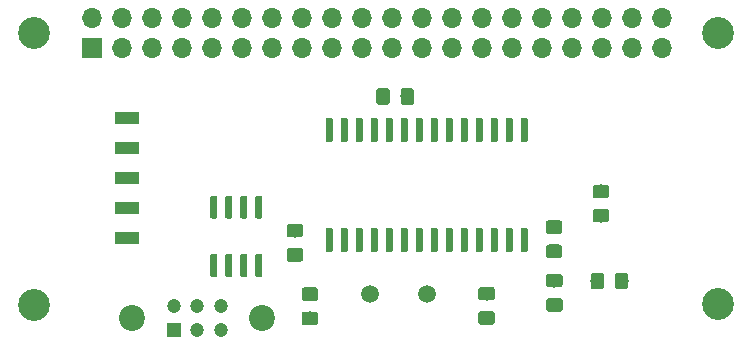
<source format=gbr>
G04 #@! TF.GenerationSoftware,KiCad,Pcbnew,(5.1.4)-1*
G04 #@! TF.CreationDate,2021-07-02T22:09:11-07:00*
G04 #@! TF.ProjectId,RocketPi,526f636b-6574-4506-992e-6b696361645f,rev?*
G04 #@! TF.SameCoordinates,Original*
G04 #@! TF.FileFunction,Soldermask,Bot*
G04 #@! TF.FilePolarity,Negative*
%FSLAX46Y46*%
G04 Gerber Fmt 4.6, Leading zero omitted, Abs format (unit mm)*
G04 Created by KiCad (PCBNEW (5.1.4)-1) date 2021-07-02 22:09:11*
%MOMM*%
%LPD*%
G04 APERTURE LIST*
%ADD10C,0.100000*%
%ADD11C,1.150000*%
%ADD12C,2.700000*%
%ADD13C,1.500000*%
%ADD14C,0.600000*%
%ADD15O,1.700000X1.700000*%
%ADD16R,1.700000X1.700000*%
%ADD17R,2.000000X1.000000*%
%ADD18C,2.200000*%
%ADD19C,1.200000*%
%ADD20R,1.200000X1.200000*%
G04 APERTURE END LIST*
D10*
G36*
X117009705Y-58497604D02*
G01*
X117033973Y-58501204D01*
X117057772Y-58507165D01*
X117080871Y-58515430D01*
X117103050Y-58525920D01*
X117124093Y-58538532D01*
X117143799Y-58553147D01*
X117161977Y-58569623D01*
X117178453Y-58587801D01*
X117193068Y-58607507D01*
X117205680Y-58628550D01*
X117216170Y-58650729D01*
X117224435Y-58673828D01*
X117230396Y-58697627D01*
X117233996Y-58721895D01*
X117235200Y-58746399D01*
X117235200Y-59396401D01*
X117233996Y-59420905D01*
X117230396Y-59445173D01*
X117224435Y-59468972D01*
X117216170Y-59492071D01*
X117205680Y-59514250D01*
X117193068Y-59535293D01*
X117178453Y-59554999D01*
X117161977Y-59573177D01*
X117143799Y-59589653D01*
X117124093Y-59604268D01*
X117103050Y-59616880D01*
X117080871Y-59627370D01*
X117057772Y-59635635D01*
X117033973Y-59641596D01*
X117009705Y-59645196D01*
X116985201Y-59646400D01*
X116085199Y-59646400D01*
X116060695Y-59645196D01*
X116036427Y-59641596D01*
X116012628Y-59635635D01*
X115989529Y-59627370D01*
X115967350Y-59616880D01*
X115946307Y-59604268D01*
X115926601Y-59589653D01*
X115908423Y-59573177D01*
X115891947Y-59554999D01*
X115877332Y-59535293D01*
X115864720Y-59514250D01*
X115854230Y-59492071D01*
X115845965Y-59468972D01*
X115840004Y-59445173D01*
X115836404Y-59420905D01*
X115835200Y-59396401D01*
X115835200Y-58746399D01*
X115836404Y-58721895D01*
X115840004Y-58697627D01*
X115845965Y-58673828D01*
X115854230Y-58650729D01*
X115864720Y-58628550D01*
X115877332Y-58607507D01*
X115891947Y-58587801D01*
X115908423Y-58569623D01*
X115926601Y-58553147D01*
X115946307Y-58538532D01*
X115967350Y-58525920D01*
X115989529Y-58515430D01*
X116012628Y-58507165D01*
X116036427Y-58501204D01*
X116060695Y-58497604D01*
X116085199Y-58496400D01*
X116985201Y-58496400D01*
X117009705Y-58497604D01*
X117009705Y-58497604D01*
G37*
D11*
X116535200Y-59071400D03*
D10*
G36*
X117009705Y-60547604D02*
G01*
X117033973Y-60551204D01*
X117057772Y-60557165D01*
X117080871Y-60565430D01*
X117103050Y-60575920D01*
X117124093Y-60588532D01*
X117143799Y-60603147D01*
X117161977Y-60619623D01*
X117178453Y-60637801D01*
X117193068Y-60657507D01*
X117205680Y-60678550D01*
X117216170Y-60700729D01*
X117224435Y-60723828D01*
X117230396Y-60747627D01*
X117233996Y-60771895D01*
X117235200Y-60796399D01*
X117235200Y-61446401D01*
X117233996Y-61470905D01*
X117230396Y-61495173D01*
X117224435Y-61518972D01*
X117216170Y-61542071D01*
X117205680Y-61564250D01*
X117193068Y-61585293D01*
X117178453Y-61604999D01*
X117161977Y-61623177D01*
X117143799Y-61639653D01*
X117124093Y-61654268D01*
X117103050Y-61666880D01*
X117080871Y-61677370D01*
X117057772Y-61685635D01*
X117033973Y-61691596D01*
X117009705Y-61695196D01*
X116985201Y-61696400D01*
X116085199Y-61696400D01*
X116060695Y-61695196D01*
X116036427Y-61691596D01*
X116012628Y-61685635D01*
X115989529Y-61677370D01*
X115967350Y-61666880D01*
X115946307Y-61654268D01*
X115926601Y-61639653D01*
X115908423Y-61623177D01*
X115891947Y-61604999D01*
X115877332Y-61585293D01*
X115864720Y-61564250D01*
X115854230Y-61542071D01*
X115845965Y-61518972D01*
X115840004Y-61495173D01*
X115836404Y-61470905D01*
X115835200Y-61446401D01*
X115835200Y-60796399D01*
X115836404Y-60771895D01*
X115840004Y-60747627D01*
X115845965Y-60723828D01*
X115854230Y-60700729D01*
X115864720Y-60678550D01*
X115877332Y-60657507D01*
X115891947Y-60637801D01*
X115908423Y-60619623D01*
X115926601Y-60603147D01*
X115946307Y-60588532D01*
X115967350Y-60575920D01*
X115989529Y-60565430D01*
X116012628Y-60557165D01*
X116036427Y-60551204D01*
X116060695Y-60547604D01*
X116085199Y-60546400D01*
X116985201Y-60546400D01*
X117009705Y-60547604D01*
X117009705Y-60547604D01*
G37*
D11*
X116535200Y-61121400D03*
D12*
X126466600Y-45618400D03*
X126466600Y-68605400D03*
X68529200Y-68681600D03*
X68554600Y-45669200D03*
D13*
X96948600Y-67792600D03*
X101828600Y-67792600D03*
D10*
G36*
X110197503Y-52847322D02*
G01*
X110212064Y-52849482D01*
X110226343Y-52853059D01*
X110240203Y-52858018D01*
X110253510Y-52864312D01*
X110266136Y-52871880D01*
X110277959Y-52880648D01*
X110288866Y-52890534D01*
X110298752Y-52901441D01*
X110307520Y-52913264D01*
X110315088Y-52925890D01*
X110321382Y-52939197D01*
X110326341Y-52953057D01*
X110329918Y-52967336D01*
X110332078Y-52981897D01*
X110332800Y-52996600D01*
X110332800Y-54746600D01*
X110332078Y-54761303D01*
X110329918Y-54775864D01*
X110326341Y-54790143D01*
X110321382Y-54804003D01*
X110315088Y-54817310D01*
X110307520Y-54829936D01*
X110298752Y-54841759D01*
X110288866Y-54852666D01*
X110277959Y-54862552D01*
X110266136Y-54871320D01*
X110253510Y-54878888D01*
X110240203Y-54885182D01*
X110226343Y-54890141D01*
X110212064Y-54893718D01*
X110197503Y-54895878D01*
X110182800Y-54896600D01*
X109882800Y-54896600D01*
X109868097Y-54895878D01*
X109853536Y-54893718D01*
X109839257Y-54890141D01*
X109825397Y-54885182D01*
X109812090Y-54878888D01*
X109799464Y-54871320D01*
X109787641Y-54862552D01*
X109776734Y-54852666D01*
X109766848Y-54841759D01*
X109758080Y-54829936D01*
X109750512Y-54817310D01*
X109744218Y-54804003D01*
X109739259Y-54790143D01*
X109735682Y-54775864D01*
X109733522Y-54761303D01*
X109732800Y-54746600D01*
X109732800Y-52996600D01*
X109733522Y-52981897D01*
X109735682Y-52967336D01*
X109739259Y-52953057D01*
X109744218Y-52939197D01*
X109750512Y-52925890D01*
X109758080Y-52913264D01*
X109766848Y-52901441D01*
X109776734Y-52890534D01*
X109787641Y-52880648D01*
X109799464Y-52871880D01*
X109812090Y-52864312D01*
X109825397Y-52858018D01*
X109839257Y-52853059D01*
X109853536Y-52849482D01*
X109868097Y-52847322D01*
X109882800Y-52846600D01*
X110182800Y-52846600D01*
X110197503Y-52847322D01*
X110197503Y-52847322D01*
G37*
D14*
X110032800Y-53871600D03*
D10*
G36*
X108927503Y-52847322D02*
G01*
X108942064Y-52849482D01*
X108956343Y-52853059D01*
X108970203Y-52858018D01*
X108983510Y-52864312D01*
X108996136Y-52871880D01*
X109007959Y-52880648D01*
X109018866Y-52890534D01*
X109028752Y-52901441D01*
X109037520Y-52913264D01*
X109045088Y-52925890D01*
X109051382Y-52939197D01*
X109056341Y-52953057D01*
X109059918Y-52967336D01*
X109062078Y-52981897D01*
X109062800Y-52996600D01*
X109062800Y-54746600D01*
X109062078Y-54761303D01*
X109059918Y-54775864D01*
X109056341Y-54790143D01*
X109051382Y-54804003D01*
X109045088Y-54817310D01*
X109037520Y-54829936D01*
X109028752Y-54841759D01*
X109018866Y-54852666D01*
X109007959Y-54862552D01*
X108996136Y-54871320D01*
X108983510Y-54878888D01*
X108970203Y-54885182D01*
X108956343Y-54890141D01*
X108942064Y-54893718D01*
X108927503Y-54895878D01*
X108912800Y-54896600D01*
X108612800Y-54896600D01*
X108598097Y-54895878D01*
X108583536Y-54893718D01*
X108569257Y-54890141D01*
X108555397Y-54885182D01*
X108542090Y-54878888D01*
X108529464Y-54871320D01*
X108517641Y-54862552D01*
X108506734Y-54852666D01*
X108496848Y-54841759D01*
X108488080Y-54829936D01*
X108480512Y-54817310D01*
X108474218Y-54804003D01*
X108469259Y-54790143D01*
X108465682Y-54775864D01*
X108463522Y-54761303D01*
X108462800Y-54746600D01*
X108462800Y-52996600D01*
X108463522Y-52981897D01*
X108465682Y-52967336D01*
X108469259Y-52953057D01*
X108474218Y-52939197D01*
X108480512Y-52925890D01*
X108488080Y-52913264D01*
X108496848Y-52901441D01*
X108506734Y-52890534D01*
X108517641Y-52880648D01*
X108529464Y-52871880D01*
X108542090Y-52864312D01*
X108555397Y-52858018D01*
X108569257Y-52853059D01*
X108583536Y-52849482D01*
X108598097Y-52847322D01*
X108612800Y-52846600D01*
X108912800Y-52846600D01*
X108927503Y-52847322D01*
X108927503Y-52847322D01*
G37*
D14*
X108762800Y-53871600D03*
D10*
G36*
X107657503Y-52847322D02*
G01*
X107672064Y-52849482D01*
X107686343Y-52853059D01*
X107700203Y-52858018D01*
X107713510Y-52864312D01*
X107726136Y-52871880D01*
X107737959Y-52880648D01*
X107748866Y-52890534D01*
X107758752Y-52901441D01*
X107767520Y-52913264D01*
X107775088Y-52925890D01*
X107781382Y-52939197D01*
X107786341Y-52953057D01*
X107789918Y-52967336D01*
X107792078Y-52981897D01*
X107792800Y-52996600D01*
X107792800Y-54746600D01*
X107792078Y-54761303D01*
X107789918Y-54775864D01*
X107786341Y-54790143D01*
X107781382Y-54804003D01*
X107775088Y-54817310D01*
X107767520Y-54829936D01*
X107758752Y-54841759D01*
X107748866Y-54852666D01*
X107737959Y-54862552D01*
X107726136Y-54871320D01*
X107713510Y-54878888D01*
X107700203Y-54885182D01*
X107686343Y-54890141D01*
X107672064Y-54893718D01*
X107657503Y-54895878D01*
X107642800Y-54896600D01*
X107342800Y-54896600D01*
X107328097Y-54895878D01*
X107313536Y-54893718D01*
X107299257Y-54890141D01*
X107285397Y-54885182D01*
X107272090Y-54878888D01*
X107259464Y-54871320D01*
X107247641Y-54862552D01*
X107236734Y-54852666D01*
X107226848Y-54841759D01*
X107218080Y-54829936D01*
X107210512Y-54817310D01*
X107204218Y-54804003D01*
X107199259Y-54790143D01*
X107195682Y-54775864D01*
X107193522Y-54761303D01*
X107192800Y-54746600D01*
X107192800Y-52996600D01*
X107193522Y-52981897D01*
X107195682Y-52967336D01*
X107199259Y-52953057D01*
X107204218Y-52939197D01*
X107210512Y-52925890D01*
X107218080Y-52913264D01*
X107226848Y-52901441D01*
X107236734Y-52890534D01*
X107247641Y-52880648D01*
X107259464Y-52871880D01*
X107272090Y-52864312D01*
X107285397Y-52858018D01*
X107299257Y-52853059D01*
X107313536Y-52849482D01*
X107328097Y-52847322D01*
X107342800Y-52846600D01*
X107642800Y-52846600D01*
X107657503Y-52847322D01*
X107657503Y-52847322D01*
G37*
D14*
X107492800Y-53871600D03*
D10*
G36*
X106387503Y-52847322D02*
G01*
X106402064Y-52849482D01*
X106416343Y-52853059D01*
X106430203Y-52858018D01*
X106443510Y-52864312D01*
X106456136Y-52871880D01*
X106467959Y-52880648D01*
X106478866Y-52890534D01*
X106488752Y-52901441D01*
X106497520Y-52913264D01*
X106505088Y-52925890D01*
X106511382Y-52939197D01*
X106516341Y-52953057D01*
X106519918Y-52967336D01*
X106522078Y-52981897D01*
X106522800Y-52996600D01*
X106522800Y-54746600D01*
X106522078Y-54761303D01*
X106519918Y-54775864D01*
X106516341Y-54790143D01*
X106511382Y-54804003D01*
X106505088Y-54817310D01*
X106497520Y-54829936D01*
X106488752Y-54841759D01*
X106478866Y-54852666D01*
X106467959Y-54862552D01*
X106456136Y-54871320D01*
X106443510Y-54878888D01*
X106430203Y-54885182D01*
X106416343Y-54890141D01*
X106402064Y-54893718D01*
X106387503Y-54895878D01*
X106372800Y-54896600D01*
X106072800Y-54896600D01*
X106058097Y-54895878D01*
X106043536Y-54893718D01*
X106029257Y-54890141D01*
X106015397Y-54885182D01*
X106002090Y-54878888D01*
X105989464Y-54871320D01*
X105977641Y-54862552D01*
X105966734Y-54852666D01*
X105956848Y-54841759D01*
X105948080Y-54829936D01*
X105940512Y-54817310D01*
X105934218Y-54804003D01*
X105929259Y-54790143D01*
X105925682Y-54775864D01*
X105923522Y-54761303D01*
X105922800Y-54746600D01*
X105922800Y-52996600D01*
X105923522Y-52981897D01*
X105925682Y-52967336D01*
X105929259Y-52953057D01*
X105934218Y-52939197D01*
X105940512Y-52925890D01*
X105948080Y-52913264D01*
X105956848Y-52901441D01*
X105966734Y-52890534D01*
X105977641Y-52880648D01*
X105989464Y-52871880D01*
X106002090Y-52864312D01*
X106015397Y-52858018D01*
X106029257Y-52853059D01*
X106043536Y-52849482D01*
X106058097Y-52847322D01*
X106072800Y-52846600D01*
X106372800Y-52846600D01*
X106387503Y-52847322D01*
X106387503Y-52847322D01*
G37*
D14*
X106222800Y-53871600D03*
D10*
G36*
X105117503Y-52847322D02*
G01*
X105132064Y-52849482D01*
X105146343Y-52853059D01*
X105160203Y-52858018D01*
X105173510Y-52864312D01*
X105186136Y-52871880D01*
X105197959Y-52880648D01*
X105208866Y-52890534D01*
X105218752Y-52901441D01*
X105227520Y-52913264D01*
X105235088Y-52925890D01*
X105241382Y-52939197D01*
X105246341Y-52953057D01*
X105249918Y-52967336D01*
X105252078Y-52981897D01*
X105252800Y-52996600D01*
X105252800Y-54746600D01*
X105252078Y-54761303D01*
X105249918Y-54775864D01*
X105246341Y-54790143D01*
X105241382Y-54804003D01*
X105235088Y-54817310D01*
X105227520Y-54829936D01*
X105218752Y-54841759D01*
X105208866Y-54852666D01*
X105197959Y-54862552D01*
X105186136Y-54871320D01*
X105173510Y-54878888D01*
X105160203Y-54885182D01*
X105146343Y-54890141D01*
X105132064Y-54893718D01*
X105117503Y-54895878D01*
X105102800Y-54896600D01*
X104802800Y-54896600D01*
X104788097Y-54895878D01*
X104773536Y-54893718D01*
X104759257Y-54890141D01*
X104745397Y-54885182D01*
X104732090Y-54878888D01*
X104719464Y-54871320D01*
X104707641Y-54862552D01*
X104696734Y-54852666D01*
X104686848Y-54841759D01*
X104678080Y-54829936D01*
X104670512Y-54817310D01*
X104664218Y-54804003D01*
X104659259Y-54790143D01*
X104655682Y-54775864D01*
X104653522Y-54761303D01*
X104652800Y-54746600D01*
X104652800Y-52996600D01*
X104653522Y-52981897D01*
X104655682Y-52967336D01*
X104659259Y-52953057D01*
X104664218Y-52939197D01*
X104670512Y-52925890D01*
X104678080Y-52913264D01*
X104686848Y-52901441D01*
X104696734Y-52890534D01*
X104707641Y-52880648D01*
X104719464Y-52871880D01*
X104732090Y-52864312D01*
X104745397Y-52858018D01*
X104759257Y-52853059D01*
X104773536Y-52849482D01*
X104788097Y-52847322D01*
X104802800Y-52846600D01*
X105102800Y-52846600D01*
X105117503Y-52847322D01*
X105117503Y-52847322D01*
G37*
D14*
X104952800Y-53871600D03*
D10*
G36*
X103847503Y-52847322D02*
G01*
X103862064Y-52849482D01*
X103876343Y-52853059D01*
X103890203Y-52858018D01*
X103903510Y-52864312D01*
X103916136Y-52871880D01*
X103927959Y-52880648D01*
X103938866Y-52890534D01*
X103948752Y-52901441D01*
X103957520Y-52913264D01*
X103965088Y-52925890D01*
X103971382Y-52939197D01*
X103976341Y-52953057D01*
X103979918Y-52967336D01*
X103982078Y-52981897D01*
X103982800Y-52996600D01*
X103982800Y-54746600D01*
X103982078Y-54761303D01*
X103979918Y-54775864D01*
X103976341Y-54790143D01*
X103971382Y-54804003D01*
X103965088Y-54817310D01*
X103957520Y-54829936D01*
X103948752Y-54841759D01*
X103938866Y-54852666D01*
X103927959Y-54862552D01*
X103916136Y-54871320D01*
X103903510Y-54878888D01*
X103890203Y-54885182D01*
X103876343Y-54890141D01*
X103862064Y-54893718D01*
X103847503Y-54895878D01*
X103832800Y-54896600D01*
X103532800Y-54896600D01*
X103518097Y-54895878D01*
X103503536Y-54893718D01*
X103489257Y-54890141D01*
X103475397Y-54885182D01*
X103462090Y-54878888D01*
X103449464Y-54871320D01*
X103437641Y-54862552D01*
X103426734Y-54852666D01*
X103416848Y-54841759D01*
X103408080Y-54829936D01*
X103400512Y-54817310D01*
X103394218Y-54804003D01*
X103389259Y-54790143D01*
X103385682Y-54775864D01*
X103383522Y-54761303D01*
X103382800Y-54746600D01*
X103382800Y-52996600D01*
X103383522Y-52981897D01*
X103385682Y-52967336D01*
X103389259Y-52953057D01*
X103394218Y-52939197D01*
X103400512Y-52925890D01*
X103408080Y-52913264D01*
X103416848Y-52901441D01*
X103426734Y-52890534D01*
X103437641Y-52880648D01*
X103449464Y-52871880D01*
X103462090Y-52864312D01*
X103475397Y-52858018D01*
X103489257Y-52853059D01*
X103503536Y-52849482D01*
X103518097Y-52847322D01*
X103532800Y-52846600D01*
X103832800Y-52846600D01*
X103847503Y-52847322D01*
X103847503Y-52847322D01*
G37*
D14*
X103682800Y-53871600D03*
D10*
G36*
X102577503Y-52847322D02*
G01*
X102592064Y-52849482D01*
X102606343Y-52853059D01*
X102620203Y-52858018D01*
X102633510Y-52864312D01*
X102646136Y-52871880D01*
X102657959Y-52880648D01*
X102668866Y-52890534D01*
X102678752Y-52901441D01*
X102687520Y-52913264D01*
X102695088Y-52925890D01*
X102701382Y-52939197D01*
X102706341Y-52953057D01*
X102709918Y-52967336D01*
X102712078Y-52981897D01*
X102712800Y-52996600D01*
X102712800Y-54746600D01*
X102712078Y-54761303D01*
X102709918Y-54775864D01*
X102706341Y-54790143D01*
X102701382Y-54804003D01*
X102695088Y-54817310D01*
X102687520Y-54829936D01*
X102678752Y-54841759D01*
X102668866Y-54852666D01*
X102657959Y-54862552D01*
X102646136Y-54871320D01*
X102633510Y-54878888D01*
X102620203Y-54885182D01*
X102606343Y-54890141D01*
X102592064Y-54893718D01*
X102577503Y-54895878D01*
X102562800Y-54896600D01*
X102262800Y-54896600D01*
X102248097Y-54895878D01*
X102233536Y-54893718D01*
X102219257Y-54890141D01*
X102205397Y-54885182D01*
X102192090Y-54878888D01*
X102179464Y-54871320D01*
X102167641Y-54862552D01*
X102156734Y-54852666D01*
X102146848Y-54841759D01*
X102138080Y-54829936D01*
X102130512Y-54817310D01*
X102124218Y-54804003D01*
X102119259Y-54790143D01*
X102115682Y-54775864D01*
X102113522Y-54761303D01*
X102112800Y-54746600D01*
X102112800Y-52996600D01*
X102113522Y-52981897D01*
X102115682Y-52967336D01*
X102119259Y-52953057D01*
X102124218Y-52939197D01*
X102130512Y-52925890D01*
X102138080Y-52913264D01*
X102146848Y-52901441D01*
X102156734Y-52890534D01*
X102167641Y-52880648D01*
X102179464Y-52871880D01*
X102192090Y-52864312D01*
X102205397Y-52858018D01*
X102219257Y-52853059D01*
X102233536Y-52849482D01*
X102248097Y-52847322D01*
X102262800Y-52846600D01*
X102562800Y-52846600D01*
X102577503Y-52847322D01*
X102577503Y-52847322D01*
G37*
D14*
X102412800Y-53871600D03*
D10*
G36*
X101307503Y-52847322D02*
G01*
X101322064Y-52849482D01*
X101336343Y-52853059D01*
X101350203Y-52858018D01*
X101363510Y-52864312D01*
X101376136Y-52871880D01*
X101387959Y-52880648D01*
X101398866Y-52890534D01*
X101408752Y-52901441D01*
X101417520Y-52913264D01*
X101425088Y-52925890D01*
X101431382Y-52939197D01*
X101436341Y-52953057D01*
X101439918Y-52967336D01*
X101442078Y-52981897D01*
X101442800Y-52996600D01*
X101442800Y-54746600D01*
X101442078Y-54761303D01*
X101439918Y-54775864D01*
X101436341Y-54790143D01*
X101431382Y-54804003D01*
X101425088Y-54817310D01*
X101417520Y-54829936D01*
X101408752Y-54841759D01*
X101398866Y-54852666D01*
X101387959Y-54862552D01*
X101376136Y-54871320D01*
X101363510Y-54878888D01*
X101350203Y-54885182D01*
X101336343Y-54890141D01*
X101322064Y-54893718D01*
X101307503Y-54895878D01*
X101292800Y-54896600D01*
X100992800Y-54896600D01*
X100978097Y-54895878D01*
X100963536Y-54893718D01*
X100949257Y-54890141D01*
X100935397Y-54885182D01*
X100922090Y-54878888D01*
X100909464Y-54871320D01*
X100897641Y-54862552D01*
X100886734Y-54852666D01*
X100876848Y-54841759D01*
X100868080Y-54829936D01*
X100860512Y-54817310D01*
X100854218Y-54804003D01*
X100849259Y-54790143D01*
X100845682Y-54775864D01*
X100843522Y-54761303D01*
X100842800Y-54746600D01*
X100842800Y-52996600D01*
X100843522Y-52981897D01*
X100845682Y-52967336D01*
X100849259Y-52953057D01*
X100854218Y-52939197D01*
X100860512Y-52925890D01*
X100868080Y-52913264D01*
X100876848Y-52901441D01*
X100886734Y-52890534D01*
X100897641Y-52880648D01*
X100909464Y-52871880D01*
X100922090Y-52864312D01*
X100935397Y-52858018D01*
X100949257Y-52853059D01*
X100963536Y-52849482D01*
X100978097Y-52847322D01*
X100992800Y-52846600D01*
X101292800Y-52846600D01*
X101307503Y-52847322D01*
X101307503Y-52847322D01*
G37*
D14*
X101142800Y-53871600D03*
D10*
G36*
X100037503Y-52847322D02*
G01*
X100052064Y-52849482D01*
X100066343Y-52853059D01*
X100080203Y-52858018D01*
X100093510Y-52864312D01*
X100106136Y-52871880D01*
X100117959Y-52880648D01*
X100128866Y-52890534D01*
X100138752Y-52901441D01*
X100147520Y-52913264D01*
X100155088Y-52925890D01*
X100161382Y-52939197D01*
X100166341Y-52953057D01*
X100169918Y-52967336D01*
X100172078Y-52981897D01*
X100172800Y-52996600D01*
X100172800Y-54746600D01*
X100172078Y-54761303D01*
X100169918Y-54775864D01*
X100166341Y-54790143D01*
X100161382Y-54804003D01*
X100155088Y-54817310D01*
X100147520Y-54829936D01*
X100138752Y-54841759D01*
X100128866Y-54852666D01*
X100117959Y-54862552D01*
X100106136Y-54871320D01*
X100093510Y-54878888D01*
X100080203Y-54885182D01*
X100066343Y-54890141D01*
X100052064Y-54893718D01*
X100037503Y-54895878D01*
X100022800Y-54896600D01*
X99722800Y-54896600D01*
X99708097Y-54895878D01*
X99693536Y-54893718D01*
X99679257Y-54890141D01*
X99665397Y-54885182D01*
X99652090Y-54878888D01*
X99639464Y-54871320D01*
X99627641Y-54862552D01*
X99616734Y-54852666D01*
X99606848Y-54841759D01*
X99598080Y-54829936D01*
X99590512Y-54817310D01*
X99584218Y-54804003D01*
X99579259Y-54790143D01*
X99575682Y-54775864D01*
X99573522Y-54761303D01*
X99572800Y-54746600D01*
X99572800Y-52996600D01*
X99573522Y-52981897D01*
X99575682Y-52967336D01*
X99579259Y-52953057D01*
X99584218Y-52939197D01*
X99590512Y-52925890D01*
X99598080Y-52913264D01*
X99606848Y-52901441D01*
X99616734Y-52890534D01*
X99627641Y-52880648D01*
X99639464Y-52871880D01*
X99652090Y-52864312D01*
X99665397Y-52858018D01*
X99679257Y-52853059D01*
X99693536Y-52849482D01*
X99708097Y-52847322D01*
X99722800Y-52846600D01*
X100022800Y-52846600D01*
X100037503Y-52847322D01*
X100037503Y-52847322D01*
G37*
D14*
X99872800Y-53871600D03*
D10*
G36*
X98767503Y-52847322D02*
G01*
X98782064Y-52849482D01*
X98796343Y-52853059D01*
X98810203Y-52858018D01*
X98823510Y-52864312D01*
X98836136Y-52871880D01*
X98847959Y-52880648D01*
X98858866Y-52890534D01*
X98868752Y-52901441D01*
X98877520Y-52913264D01*
X98885088Y-52925890D01*
X98891382Y-52939197D01*
X98896341Y-52953057D01*
X98899918Y-52967336D01*
X98902078Y-52981897D01*
X98902800Y-52996600D01*
X98902800Y-54746600D01*
X98902078Y-54761303D01*
X98899918Y-54775864D01*
X98896341Y-54790143D01*
X98891382Y-54804003D01*
X98885088Y-54817310D01*
X98877520Y-54829936D01*
X98868752Y-54841759D01*
X98858866Y-54852666D01*
X98847959Y-54862552D01*
X98836136Y-54871320D01*
X98823510Y-54878888D01*
X98810203Y-54885182D01*
X98796343Y-54890141D01*
X98782064Y-54893718D01*
X98767503Y-54895878D01*
X98752800Y-54896600D01*
X98452800Y-54896600D01*
X98438097Y-54895878D01*
X98423536Y-54893718D01*
X98409257Y-54890141D01*
X98395397Y-54885182D01*
X98382090Y-54878888D01*
X98369464Y-54871320D01*
X98357641Y-54862552D01*
X98346734Y-54852666D01*
X98336848Y-54841759D01*
X98328080Y-54829936D01*
X98320512Y-54817310D01*
X98314218Y-54804003D01*
X98309259Y-54790143D01*
X98305682Y-54775864D01*
X98303522Y-54761303D01*
X98302800Y-54746600D01*
X98302800Y-52996600D01*
X98303522Y-52981897D01*
X98305682Y-52967336D01*
X98309259Y-52953057D01*
X98314218Y-52939197D01*
X98320512Y-52925890D01*
X98328080Y-52913264D01*
X98336848Y-52901441D01*
X98346734Y-52890534D01*
X98357641Y-52880648D01*
X98369464Y-52871880D01*
X98382090Y-52864312D01*
X98395397Y-52858018D01*
X98409257Y-52853059D01*
X98423536Y-52849482D01*
X98438097Y-52847322D01*
X98452800Y-52846600D01*
X98752800Y-52846600D01*
X98767503Y-52847322D01*
X98767503Y-52847322D01*
G37*
D14*
X98602800Y-53871600D03*
D10*
G36*
X97497503Y-52847322D02*
G01*
X97512064Y-52849482D01*
X97526343Y-52853059D01*
X97540203Y-52858018D01*
X97553510Y-52864312D01*
X97566136Y-52871880D01*
X97577959Y-52880648D01*
X97588866Y-52890534D01*
X97598752Y-52901441D01*
X97607520Y-52913264D01*
X97615088Y-52925890D01*
X97621382Y-52939197D01*
X97626341Y-52953057D01*
X97629918Y-52967336D01*
X97632078Y-52981897D01*
X97632800Y-52996600D01*
X97632800Y-54746600D01*
X97632078Y-54761303D01*
X97629918Y-54775864D01*
X97626341Y-54790143D01*
X97621382Y-54804003D01*
X97615088Y-54817310D01*
X97607520Y-54829936D01*
X97598752Y-54841759D01*
X97588866Y-54852666D01*
X97577959Y-54862552D01*
X97566136Y-54871320D01*
X97553510Y-54878888D01*
X97540203Y-54885182D01*
X97526343Y-54890141D01*
X97512064Y-54893718D01*
X97497503Y-54895878D01*
X97482800Y-54896600D01*
X97182800Y-54896600D01*
X97168097Y-54895878D01*
X97153536Y-54893718D01*
X97139257Y-54890141D01*
X97125397Y-54885182D01*
X97112090Y-54878888D01*
X97099464Y-54871320D01*
X97087641Y-54862552D01*
X97076734Y-54852666D01*
X97066848Y-54841759D01*
X97058080Y-54829936D01*
X97050512Y-54817310D01*
X97044218Y-54804003D01*
X97039259Y-54790143D01*
X97035682Y-54775864D01*
X97033522Y-54761303D01*
X97032800Y-54746600D01*
X97032800Y-52996600D01*
X97033522Y-52981897D01*
X97035682Y-52967336D01*
X97039259Y-52953057D01*
X97044218Y-52939197D01*
X97050512Y-52925890D01*
X97058080Y-52913264D01*
X97066848Y-52901441D01*
X97076734Y-52890534D01*
X97087641Y-52880648D01*
X97099464Y-52871880D01*
X97112090Y-52864312D01*
X97125397Y-52858018D01*
X97139257Y-52853059D01*
X97153536Y-52849482D01*
X97168097Y-52847322D01*
X97182800Y-52846600D01*
X97482800Y-52846600D01*
X97497503Y-52847322D01*
X97497503Y-52847322D01*
G37*
D14*
X97332800Y-53871600D03*
D10*
G36*
X96227503Y-52847322D02*
G01*
X96242064Y-52849482D01*
X96256343Y-52853059D01*
X96270203Y-52858018D01*
X96283510Y-52864312D01*
X96296136Y-52871880D01*
X96307959Y-52880648D01*
X96318866Y-52890534D01*
X96328752Y-52901441D01*
X96337520Y-52913264D01*
X96345088Y-52925890D01*
X96351382Y-52939197D01*
X96356341Y-52953057D01*
X96359918Y-52967336D01*
X96362078Y-52981897D01*
X96362800Y-52996600D01*
X96362800Y-54746600D01*
X96362078Y-54761303D01*
X96359918Y-54775864D01*
X96356341Y-54790143D01*
X96351382Y-54804003D01*
X96345088Y-54817310D01*
X96337520Y-54829936D01*
X96328752Y-54841759D01*
X96318866Y-54852666D01*
X96307959Y-54862552D01*
X96296136Y-54871320D01*
X96283510Y-54878888D01*
X96270203Y-54885182D01*
X96256343Y-54890141D01*
X96242064Y-54893718D01*
X96227503Y-54895878D01*
X96212800Y-54896600D01*
X95912800Y-54896600D01*
X95898097Y-54895878D01*
X95883536Y-54893718D01*
X95869257Y-54890141D01*
X95855397Y-54885182D01*
X95842090Y-54878888D01*
X95829464Y-54871320D01*
X95817641Y-54862552D01*
X95806734Y-54852666D01*
X95796848Y-54841759D01*
X95788080Y-54829936D01*
X95780512Y-54817310D01*
X95774218Y-54804003D01*
X95769259Y-54790143D01*
X95765682Y-54775864D01*
X95763522Y-54761303D01*
X95762800Y-54746600D01*
X95762800Y-52996600D01*
X95763522Y-52981897D01*
X95765682Y-52967336D01*
X95769259Y-52953057D01*
X95774218Y-52939197D01*
X95780512Y-52925890D01*
X95788080Y-52913264D01*
X95796848Y-52901441D01*
X95806734Y-52890534D01*
X95817641Y-52880648D01*
X95829464Y-52871880D01*
X95842090Y-52864312D01*
X95855397Y-52858018D01*
X95869257Y-52853059D01*
X95883536Y-52849482D01*
X95898097Y-52847322D01*
X95912800Y-52846600D01*
X96212800Y-52846600D01*
X96227503Y-52847322D01*
X96227503Y-52847322D01*
G37*
D14*
X96062800Y-53871600D03*
D10*
G36*
X94957503Y-52847322D02*
G01*
X94972064Y-52849482D01*
X94986343Y-52853059D01*
X95000203Y-52858018D01*
X95013510Y-52864312D01*
X95026136Y-52871880D01*
X95037959Y-52880648D01*
X95048866Y-52890534D01*
X95058752Y-52901441D01*
X95067520Y-52913264D01*
X95075088Y-52925890D01*
X95081382Y-52939197D01*
X95086341Y-52953057D01*
X95089918Y-52967336D01*
X95092078Y-52981897D01*
X95092800Y-52996600D01*
X95092800Y-54746600D01*
X95092078Y-54761303D01*
X95089918Y-54775864D01*
X95086341Y-54790143D01*
X95081382Y-54804003D01*
X95075088Y-54817310D01*
X95067520Y-54829936D01*
X95058752Y-54841759D01*
X95048866Y-54852666D01*
X95037959Y-54862552D01*
X95026136Y-54871320D01*
X95013510Y-54878888D01*
X95000203Y-54885182D01*
X94986343Y-54890141D01*
X94972064Y-54893718D01*
X94957503Y-54895878D01*
X94942800Y-54896600D01*
X94642800Y-54896600D01*
X94628097Y-54895878D01*
X94613536Y-54893718D01*
X94599257Y-54890141D01*
X94585397Y-54885182D01*
X94572090Y-54878888D01*
X94559464Y-54871320D01*
X94547641Y-54862552D01*
X94536734Y-54852666D01*
X94526848Y-54841759D01*
X94518080Y-54829936D01*
X94510512Y-54817310D01*
X94504218Y-54804003D01*
X94499259Y-54790143D01*
X94495682Y-54775864D01*
X94493522Y-54761303D01*
X94492800Y-54746600D01*
X94492800Y-52996600D01*
X94493522Y-52981897D01*
X94495682Y-52967336D01*
X94499259Y-52953057D01*
X94504218Y-52939197D01*
X94510512Y-52925890D01*
X94518080Y-52913264D01*
X94526848Y-52901441D01*
X94536734Y-52890534D01*
X94547641Y-52880648D01*
X94559464Y-52871880D01*
X94572090Y-52864312D01*
X94585397Y-52858018D01*
X94599257Y-52853059D01*
X94613536Y-52849482D01*
X94628097Y-52847322D01*
X94642800Y-52846600D01*
X94942800Y-52846600D01*
X94957503Y-52847322D01*
X94957503Y-52847322D01*
G37*
D14*
X94792800Y-53871600D03*
D10*
G36*
X93687503Y-52847322D02*
G01*
X93702064Y-52849482D01*
X93716343Y-52853059D01*
X93730203Y-52858018D01*
X93743510Y-52864312D01*
X93756136Y-52871880D01*
X93767959Y-52880648D01*
X93778866Y-52890534D01*
X93788752Y-52901441D01*
X93797520Y-52913264D01*
X93805088Y-52925890D01*
X93811382Y-52939197D01*
X93816341Y-52953057D01*
X93819918Y-52967336D01*
X93822078Y-52981897D01*
X93822800Y-52996600D01*
X93822800Y-54746600D01*
X93822078Y-54761303D01*
X93819918Y-54775864D01*
X93816341Y-54790143D01*
X93811382Y-54804003D01*
X93805088Y-54817310D01*
X93797520Y-54829936D01*
X93788752Y-54841759D01*
X93778866Y-54852666D01*
X93767959Y-54862552D01*
X93756136Y-54871320D01*
X93743510Y-54878888D01*
X93730203Y-54885182D01*
X93716343Y-54890141D01*
X93702064Y-54893718D01*
X93687503Y-54895878D01*
X93672800Y-54896600D01*
X93372800Y-54896600D01*
X93358097Y-54895878D01*
X93343536Y-54893718D01*
X93329257Y-54890141D01*
X93315397Y-54885182D01*
X93302090Y-54878888D01*
X93289464Y-54871320D01*
X93277641Y-54862552D01*
X93266734Y-54852666D01*
X93256848Y-54841759D01*
X93248080Y-54829936D01*
X93240512Y-54817310D01*
X93234218Y-54804003D01*
X93229259Y-54790143D01*
X93225682Y-54775864D01*
X93223522Y-54761303D01*
X93222800Y-54746600D01*
X93222800Y-52996600D01*
X93223522Y-52981897D01*
X93225682Y-52967336D01*
X93229259Y-52953057D01*
X93234218Y-52939197D01*
X93240512Y-52925890D01*
X93248080Y-52913264D01*
X93256848Y-52901441D01*
X93266734Y-52890534D01*
X93277641Y-52880648D01*
X93289464Y-52871880D01*
X93302090Y-52864312D01*
X93315397Y-52858018D01*
X93329257Y-52853059D01*
X93343536Y-52849482D01*
X93358097Y-52847322D01*
X93372800Y-52846600D01*
X93672800Y-52846600D01*
X93687503Y-52847322D01*
X93687503Y-52847322D01*
G37*
D14*
X93522800Y-53871600D03*
D10*
G36*
X93687503Y-62147322D02*
G01*
X93702064Y-62149482D01*
X93716343Y-62153059D01*
X93730203Y-62158018D01*
X93743510Y-62164312D01*
X93756136Y-62171880D01*
X93767959Y-62180648D01*
X93778866Y-62190534D01*
X93788752Y-62201441D01*
X93797520Y-62213264D01*
X93805088Y-62225890D01*
X93811382Y-62239197D01*
X93816341Y-62253057D01*
X93819918Y-62267336D01*
X93822078Y-62281897D01*
X93822800Y-62296600D01*
X93822800Y-64046600D01*
X93822078Y-64061303D01*
X93819918Y-64075864D01*
X93816341Y-64090143D01*
X93811382Y-64104003D01*
X93805088Y-64117310D01*
X93797520Y-64129936D01*
X93788752Y-64141759D01*
X93778866Y-64152666D01*
X93767959Y-64162552D01*
X93756136Y-64171320D01*
X93743510Y-64178888D01*
X93730203Y-64185182D01*
X93716343Y-64190141D01*
X93702064Y-64193718D01*
X93687503Y-64195878D01*
X93672800Y-64196600D01*
X93372800Y-64196600D01*
X93358097Y-64195878D01*
X93343536Y-64193718D01*
X93329257Y-64190141D01*
X93315397Y-64185182D01*
X93302090Y-64178888D01*
X93289464Y-64171320D01*
X93277641Y-64162552D01*
X93266734Y-64152666D01*
X93256848Y-64141759D01*
X93248080Y-64129936D01*
X93240512Y-64117310D01*
X93234218Y-64104003D01*
X93229259Y-64090143D01*
X93225682Y-64075864D01*
X93223522Y-64061303D01*
X93222800Y-64046600D01*
X93222800Y-62296600D01*
X93223522Y-62281897D01*
X93225682Y-62267336D01*
X93229259Y-62253057D01*
X93234218Y-62239197D01*
X93240512Y-62225890D01*
X93248080Y-62213264D01*
X93256848Y-62201441D01*
X93266734Y-62190534D01*
X93277641Y-62180648D01*
X93289464Y-62171880D01*
X93302090Y-62164312D01*
X93315397Y-62158018D01*
X93329257Y-62153059D01*
X93343536Y-62149482D01*
X93358097Y-62147322D01*
X93372800Y-62146600D01*
X93672800Y-62146600D01*
X93687503Y-62147322D01*
X93687503Y-62147322D01*
G37*
D14*
X93522800Y-63171600D03*
D10*
G36*
X94957503Y-62147322D02*
G01*
X94972064Y-62149482D01*
X94986343Y-62153059D01*
X95000203Y-62158018D01*
X95013510Y-62164312D01*
X95026136Y-62171880D01*
X95037959Y-62180648D01*
X95048866Y-62190534D01*
X95058752Y-62201441D01*
X95067520Y-62213264D01*
X95075088Y-62225890D01*
X95081382Y-62239197D01*
X95086341Y-62253057D01*
X95089918Y-62267336D01*
X95092078Y-62281897D01*
X95092800Y-62296600D01*
X95092800Y-64046600D01*
X95092078Y-64061303D01*
X95089918Y-64075864D01*
X95086341Y-64090143D01*
X95081382Y-64104003D01*
X95075088Y-64117310D01*
X95067520Y-64129936D01*
X95058752Y-64141759D01*
X95048866Y-64152666D01*
X95037959Y-64162552D01*
X95026136Y-64171320D01*
X95013510Y-64178888D01*
X95000203Y-64185182D01*
X94986343Y-64190141D01*
X94972064Y-64193718D01*
X94957503Y-64195878D01*
X94942800Y-64196600D01*
X94642800Y-64196600D01*
X94628097Y-64195878D01*
X94613536Y-64193718D01*
X94599257Y-64190141D01*
X94585397Y-64185182D01*
X94572090Y-64178888D01*
X94559464Y-64171320D01*
X94547641Y-64162552D01*
X94536734Y-64152666D01*
X94526848Y-64141759D01*
X94518080Y-64129936D01*
X94510512Y-64117310D01*
X94504218Y-64104003D01*
X94499259Y-64090143D01*
X94495682Y-64075864D01*
X94493522Y-64061303D01*
X94492800Y-64046600D01*
X94492800Y-62296600D01*
X94493522Y-62281897D01*
X94495682Y-62267336D01*
X94499259Y-62253057D01*
X94504218Y-62239197D01*
X94510512Y-62225890D01*
X94518080Y-62213264D01*
X94526848Y-62201441D01*
X94536734Y-62190534D01*
X94547641Y-62180648D01*
X94559464Y-62171880D01*
X94572090Y-62164312D01*
X94585397Y-62158018D01*
X94599257Y-62153059D01*
X94613536Y-62149482D01*
X94628097Y-62147322D01*
X94642800Y-62146600D01*
X94942800Y-62146600D01*
X94957503Y-62147322D01*
X94957503Y-62147322D01*
G37*
D14*
X94792800Y-63171600D03*
D10*
G36*
X96227503Y-62147322D02*
G01*
X96242064Y-62149482D01*
X96256343Y-62153059D01*
X96270203Y-62158018D01*
X96283510Y-62164312D01*
X96296136Y-62171880D01*
X96307959Y-62180648D01*
X96318866Y-62190534D01*
X96328752Y-62201441D01*
X96337520Y-62213264D01*
X96345088Y-62225890D01*
X96351382Y-62239197D01*
X96356341Y-62253057D01*
X96359918Y-62267336D01*
X96362078Y-62281897D01*
X96362800Y-62296600D01*
X96362800Y-64046600D01*
X96362078Y-64061303D01*
X96359918Y-64075864D01*
X96356341Y-64090143D01*
X96351382Y-64104003D01*
X96345088Y-64117310D01*
X96337520Y-64129936D01*
X96328752Y-64141759D01*
X96318866Y-64152666D01*
X96307959Y-64162552D01*
X96296136Y-64171320D01*
X96283510Y-64178888D01*
X96270203Y-64185182D01*
X96256343Y-64190141D01*
X96242064Y-64193718D01*
X96227503Y-64195878D01*
X96212800Y-64196600D01*
X95912800Y-64196600D01*
X95898097Y-64195878D01*
X95883536Y-64193718D01*
X95869257Y-64190141D01*
X95855397Y-64185182D01*
X95842090Y-64178888D01*
X95829464Y-64171320D01*
X95817641Y-64162552D01*
X95806734Y-64152666D01*
X95796848Y-64141759D01*
X95788080Y-64129936D01*
X95780512Y-64117310D01*
X95774218Y-64104003D01*
X95769259Y-64090143D01*
X95765682Y-64075864D01*
X95763522Y-64061303D01*
X95762800Y-64046600D01*
X95762800Y-62296600D01*
X95763522Y-62281897D01*
X95765682Y-62267336D01*
X95769259Y-62253057D01*
X95774218Y-62239197D01*
X95780512Y-62225890D01*
X95788080Y-62213264D01*
X95796848Y-62201441D01*
X95806734Y-62190534D01*
X95817641Y-62180648D01*
X95829464Y-62171880D01*
X95842090Y-62164312D01*
X95855397Y-62158018D01*
X95869257Y-62153059D01*
X95883536Y-62149482D01*
X95898097Y-62147322D01*
X95912800Y-62146600D01*
X96212800Y-62146600D01*
X96227503Y-62147322D01*
X96227503Y-62147322D01*
G37*
D14*
X96062800Y-63171600D03*
D10*
G36*
X97497503Y-62147322D02*
G01*
X97512064Y-62149482D01*
X97526343Y-62153059D01*
X97540203Y-62158018D01*
X97553510Y-62164312D01*
X97566136Y-62171880D01*
X97577959Y-62180648D01*
X97588866Y-62190534D01*
X97598752Y-62201441D01*
X97607520Y-62213264D01*
X97615088Y-62225890D01*
X97621382Y-62239197D01*
X97626341Y-62253057D01*
X97629918Y-62267336D01*
X97632078Y-62281897D01*
X97632800Y-62296600D01*
X97632800Y-64046600D01*
X97632078Y-64061303D01*
X97629918Y-64075864D01*
X97626341Y-64090143D01*
X97621382Y-64104003D01*
X97615088Y-64117310D01*
X97607520Y-64129936D01*
X97598752Y-64141759D01*
X97588866Y-64152666D01*
X97577959Y-64162552D01*
X97566136Y-64171320D01*
X97553510Y-64178888D01*
X97540203Y-64185182D01*
X97526343Y-64190141D01*
X97512064Y-64193718D01*
X97497503Y-64195878D01*
X97482800Y-64196600D01*
X97182800Y-64196600D01*
X97168097Y-64195878D01*
X97153536Y-64193718D01*
X97139257Y-64190141D01*
X97125397Y-64185182D01*
X97112090Y-64178888D01*
X97099464Y-64171320D01*
X97087641Y-64162552D01*
X97076734Y-64152666D01*
X97066848Y-64141759D01*
X97058080Y-64129936D01*
X97050512Y-64117310D01*
X97044218Y-64104003D01*
X97039259Y-64090143D01*
X97035682Y-64075864D01*
X97033522Y-64061303D01*
X97032800Y-64046600D01*
X97032800Y-62296600D01*
X97033522Y-62281897D01*
X97035682Y-62267336D01*
X97039259Y-62253057D01*
X97044218Y-62239197D01*
X97050512Y-62225890D01*
X97058080Y-62213264D01*
X97066848Y-62201441D01*
X97076734Y-62190534D01*
X97087641Y-62180648D01*
X97099464Y-62171880D01*
X97112090Y-62164312D01*
X97125397Y-62158018D01*
X97139257Y-62153059D01*
X97153536Y-62149482D01*
X97168097Y-62147322D01*
X97182800Y-62146600D01*
X97482800Y-62146600D01*
X97497503Y-62147322D01*
X97497503Y-62147322D01*
G37*
D14*
X97332800Y-63171600D03*
D10*
G36*
X98767503Y-62147322D02*
G01*
X98782064Y-62149482D01*
X98796343Y-62153059D01*
X98810203Y-62158018D01*
X98823510Y-62164312D01*
X98836136Y-62171880D01*
X98847959Y-62180648D01*
X98858866Y-62190534D01*
X98868752Y-62201441D01*
X98877520Y-62213264D01*
X98885088Y-62225890D01*
X98891382Y-62239197D01*
X98896341Y-62253057D01*
X98899918Y-62267336D01*
X98902078Y-62281897D01*
X98902800Y-62296600D01*
X98902800Y-64046600D01*
X98902078Y-64061303D01*
X98899918Y-64075864D01*
X98896341Y-64090143D01*
X98891382Y-64104003D01*
X98885088Y-64117310D01*
X98877520Y-64129936D01*
X98868752Y-64141759D01*
X98858866Y-64152666D01*
X98847959Y-64162552D01*
X98836136Y-64171320D01*
X98823510Y-64178888D01*
X98810203Y-64185182D01*
X98796343Y-64190141D01*
X98782064Y-64193718D01*
X98767503Y-64195878D01*
X98752800Y-64196600D01*
X98452800Y-64196600D01*
X98438097Y-64195878D01*
X98423536Y-64193718D01*
X98409257Y-64190141D01*
X98395397Y-64185182D01*
X98382090Y-64178888D01*
X98369464Y-64171320D01*
X98357641Y-64162552D01*
X98346734Y-64152666D01*
X98336848Y-64141759D01*
X98328080Y-64129936D01*
X98320512Y-64117310D01*
X98314218Y-64104003D01*
X98309259Y-64090143D01*
X98305682Y-64075864D01*
X98303522Y-64061303D01*
X98302800Y-64046600D01*
X98302800Y-62296600D01*
X98303522Y-62281897D01*
X98305682Y-62267336D01*
X98309259Y-62253057D01*
X98314218Y-62239197D01*
X98320512Y-62225890D01*
X98328080Y-62213264D01*
X98336848Y-62201441D01*
X98346734Y-62190534D01*
X98357641Y-62180648D01*
X98369464Y-62171880D01*
X98382090Y-62164312D01*
X98395397Y-62158018D01*
X98409257Y-62153059D01*
X98423536Y-62149482D01*
X98438097Y-62147322D01*
X98452800Y-62146600D01*
X98752800Y-62146600D01*
X98767503Y-62147322D01*
X98767503Y-62147322D01*
G37*
D14*
X98602800Y-63171600D03*
D10*
G36*
X100037503Y-62147322D02*
G01*
X100052064Y-62149482D01*
X100066343Y-62153059D01*
X100080203Y-62158018D01*
X100093510Y-62164312D01*
X100106136Y-62171880D01*
X100117959Y-62180648D01*
X100128866Y-62190534D01*
X100138752Y-62201441D01*
X100147520Y-62213264D01*
X100155088Y-62225890D01*
X100161382Y-62239197D01*
X100166341Y-62253057D01*
X100169918Y-62267336D01*
X100172078Y-62281897D01*
X100172800Y-62296600D01*
X100172800Y-64046600D01*
X100172078Y-64061303D01*
X100169918Y-64075864D01*
X100166341Y-64090143D01*
X100161382Y-64104003D01*
X100155088Y-64117310D01*
X100147520Y-64129936D01*
X100138752Y-64141759D01*
X100128866Y-64152666D01*
X100117959Y-64162552D01*
X100106136Y-64171320D01*
X100093510Y-64178888D01*
X100080203Y-64185182D01*
X100066343Y-64190141D01*
X100052064Y-64193718D01*
X100037503Y-64195878D01*
X100022800Y-64196600D01*
X99722800Y-64196600D01*
X99708097Y-64195878D01*
X99693536Y-64193718D01*
X99679257Y-64190141D01*
X99665397Y-64185182D01*
X99652090Y-64178888D01*
X99639464Y-64171320D01*
X99627641Y-64162552D01*
X99616734Y-64152666D01*
X99606848Y-64141759D01*
X99598080Y-64129936D01*
X99590512Y-64117310D01*
X99584218Y-64104003D01*
X99579259Y-64090143D01*
X99575682Y-64075864D01*
X99573522Y-64061303D01*
X99572800Y-64046600D01*
X99572800Y-62296600D01*
X99573522Y-62281897D01*
X99575682Y-62267336D01*
X99579259Y-62253057D01*
X99584218Y-62239197D01*
X99590512Y-62225890D01*
X99598080Y-62213264D01*
X99606848Y-62201441D01*
X99616734Y-62190534D01*
X99627641Y-62180648D01*
X99639464Y-62171880D01*
X99652090Y-62164312D01*
X99665397Y-62158018D01*
X99679257Y-62153059D01*
X99693536Y-62149482D01*
X99708097Y-62147322D01*
X99722800Y-62146600D01*
X100022800Y-62146600D01*
X100037503Y-62147322D01*
X100037503Y-62147322D01*
G37*
D14*
X99872800Y-63171600D03*
D10*
G36*
X101307503Y-62147322D02*
G01*
X101322064Y-62149482D01*
X101336343Y-62153059D01*
X101350203Y-62158018D01*
X101363510Y-62164312D01*
X101376136Y-62171880D01*
X101387959Y-62180648D01*
X101398866Y-62190534D01*
X101408752Y-62201441D01*
X101417520Y-62213264D01*
X101425088Y-62225890D01*
X101431382Y-62239197D01*
X101436341Y-62253057D01*
X101439918Y-62267336D01*
X101442078Y-62281897D01*
X101442800Y-62296600D01*
X101442800Y-64046600D01*
X101442078Y-64061303D01*
X101439918Y-64075864D01*
X101436341Y-64090143D01*
X101431382Y-64104003D01*
X101425088Y-64117310D01*
X101417520Y-64129936D01*
X101408752Y-64141759D01*
X101398866Y-64152666D01*
X101387959Y-64162552D01*
X101376136Y-64171320D01*
X101363510Y-64178888D01*
X101350203Y-64185182D01*
X101336343Y-64190141D01*
X101322064Y-64193718D01*
X101307503Y-64195878D01*
X101292800Y-64196600D01*
X100992800Y-64196600D01*
X100978097Y-64195878D01*
X100963536Y-64193718D01*
X100949257Y-64190141D01*
X100935397Y-64185182D01*
X100922090Y-64178888D01*
X100909464Y-64171320D01*
X100897641Y-64162552D01*
X100886734Y-64152666D01*
X100876848Y-64141759D01*
X100868080Y-64129936D01*
X100860512Y-64117310D01*
X100854218Y-64104003D01*
X100849259Y-64090143D01*
X100845682Y-64075864D01*
X100843522Y-64061303D01*
X100842800Y-64046600D01*
X100842800Y-62296600D01*
X100843522Y-62281897D01*
X100845682Y-62267336D01*
X100849259Y-62253057D01*
X100854218Y-62239197D01*
X100860512Y-62225890D01*
X100868080Y-62213264D01*
X100876848Y-62201441D01*
X100886734Y-62190534D01*
X100897641Y-62180648D01*
X100909464Y-62171880D01*
X100922090Y-62164312D01*
X100935397Y-62158018D01*
X100949257Y-62153059D01*
X100963536Y-62149482D01*
X100978097Y-62147322D01*
X100992800Y-62146600D01*
X101292800Y-62146600D01*
X101307503Y-62147322D01*
X101307503Y-62147322D01*
G37*
D14*
X101142800Y-63171600D03*
D10*
G36*
X102577503Y-62147322D02*
G01*
X102592064Y-62149482D01*
X102606343Y-62153059D01*
X102620203Y-62158018D01*
X102633510Y-62164312D01*
X102646136Y-62171880D01*
X102657959Y-62180648D01*
X102668866Y-62190534D01*
X102678752Y-62201441D01*
X102687520Y-62213264D01*
X102695088Y-62225890D01*
X102701382Y-62239197D01*
X102706341Y-62253057D01*
X102709918Y-62267336D01*
X102712078Y-62281897D01*
X102712800Y-62296600D01*
X102712800Y-64046600D01*
X102712078Y-64061303D01*
X102709918Y-64075864D01*
X102706341Y-64090143D01*
X102701382Y-64104003D01*
X102695088Y-64117310D01*
X102687520Y-64129936D01*
X102678752Y-64141759D01*
X102668866Y-64152666D01*
X102657959Y-64162552D01*
X102646136Y-64171320D01*
X102633510Y-64178888D01*
X102620203Y-64185182D01*
X102606343Y-64190141D01*
X102592064Y-64193718D01*
X102577503Y-64195878D01*
X102562800Y-64196600D01*
X102262800Y-64196600D01*
X102248097Y-64195878D01*
X102233536Y-64193718D01*
X102219257Y-64190141D01*
X102205397Y-64185182D01*
X102192090Y-64178888D01*
X102179464Y-64171320D01*
X102167641Y-64162552D01*
X102156734Y-64152666D01*
X102146848Y-64141759D01*
X102138080Y-64129936D01*
X102130512Y-64117310D01*
X102124218Y-64104003D01*
X102119259Y-64090143D01*
X102115682Y-64075864D01*
X102113522Y-64061303D01*
X102112800Y-64046600D01*
X102112800Y-62296600D01*
X102113522Y-62281897D01*
X102115682Y-62267336D01*
X102119259Y-62253057D01*
X102124218Y-62239197D01*
X102130512Y-62225890D01*
X102138080Y-62213264D01*
X102146848Y-62201441D01*
X102156734Y-62190534D01*
X102167641Y-62180648D01*
X102179464Y-62171880D01*
X102192090Y-62164312D01*
X102205397Y-62158018D01*
X102219257Y-62153059D01*
X102233536Y-62149482D01*
X102248097Y-62147322D01*
X102262800Y-62146600D01*
X102562800Y-62146600D01*
X102577503Y-62147322D01*
X102577503Y-62147322D01*
G37*
D14*
X102412800Y-63171600D03*
D10*
G36*
X103847503Y-62147322D02*
G01*
X103862064Y-62149482D01*
X103876343Y-62153059D01*
X103890203Y-62158018D01*
X103903510Y-62164312D01*
X103916136Y-62171880D01*
X103927959Y-62180648D01*
X103938866Y-62190534D01*
X103948752Y-62201441D01*
X103957520Y-62213264D01*
X103965088Y-62225890D01*
X103971382Y-62239197D01*
X103976341Y-62253057D01*
X103979918Y-62267336D01*
X103982078Y-62281897D01*
X103982800Y-62296600D01*
X103982800Y-64046600D01*
X103982078Y-64061303D01*
X103979918Y-64075864D01*
X103976341Y-64090143D01*
X103971382Y-64104003D01*
X103965088Y-64117310D01*
X103957520Y-64129936D01*
X103948752Y-64141759D01*
X103938866Y-64152666D01*
X103927959Y-64162552D01*
X103916136Y-64171320D01*
X103903510Y-64178888D01*
X103890203Y-64185182D01*
X103876343Y-64190141D01*
X103862064Y-64193718D01*
X103847503Y-64195878D01*
X103832800Y-64196600D01*
X103532800Y-64196600D01*
X103518097Y-64195878D01*
X103503536Y-64193718D01*
X103489257Y-64190141D01*
X103475397Y-64185182D01*
X103462090Y-64178888D01*
X103449464Y-64171320D01*
X103437641Y-64162552D01*
X103426734Y-64152666D01*
X103416848Y-64141759D01*
X103408080Y-64129936D01*
X103400512Y-64117310D01*
X103394218Y-64104003D01*
X103389259Y-64090143D01*
X103385682Y-64075864D01*
X103383522Y-64061303D01*
X103382800Y-64046600D01*
X103382800Y-62296600D01*
X103383522Y-62281897D01*
X103385682Y-62267336D01*
X103389259Y-62253057D01*
X103394218Y-62239197D01*
X103400512Y-62225890D01*
X103408080Y-62213264D01*
X103416848Y-62201441D01*
X103426734Y-62190534D01*
X103437641Y-62180648D01*
X103449464Y-62171880D01*
X103462090Y-62164312D01*
X103475397Y-62158018D01*
X103489257Y-62153059D01*
X103503536Y-62149482D01*
X103518097Y-62147322D01*
X103532800Y-62146600D01*
X103832800Y-62146600D01*
X103847503Y-62147322D01*
X103847503Y-62147322D01*
G37*
D14*
X103682800Y-63171600D03*
D10*
G36*
X105117503Y-62147322D02*
G01*
X105132064Y-62149482D01*
X105146343Y-62153059D01*
X105160203Y-62158018D01*
X105173510Y-62164312D01*
X105186136Y-62171880D01*
X105197959Y-62180648D01*
X105208866Y-62190534D01*
X105218752Y-62201441D01*
X105227520Y-62213264D01*
X105235088Y-62225890D01*
X105241382Y-62239197D01*
X105246341Y-62253057D01*
X105249918Y-62267336D01*
X105252078Y-62281897D01*
X105252800Y-62296600D01*
X105252800Y-64046600D01*
X105252078Y-64061303D01*
X105249918Y-64075864D01*
X105246341Y-64090143D01*
X105241382Y-64104003D01*
X105235088Y-64117310D01*
X105227520Y-64129936D01*
X105218752Y-64141759D01*
X105208866Y-64152666D01*
X105197959Y-64162552D01*
X105186136Y-64171320D01*
X105173510Y-64178888D01*
X105160203Y-64185182D01*
X105146343Y-64190141D01*
X105132064Y-64193718D01*
X105117503Y-64195878D01*
X105102800Y-64196600D01*
X104802800Y-64196600D01*
X104788097Y-64195878D01*
X104773536Y-64193718D01*
X104759257Y-64190141D01*
X104745397Y-64185182D01*
X104732090Y-64178888D01*
X104719464Y-64171320D01*
X104707641Y-64162552D01*
X104696734Y-64152666D01*
X104686848Y-64141759D01*
X104678080Y-64129936D01*
X104670512Y-64117310D01*
X104664218Y-64104003D01*
X104659259Y-64090143D01*
X104655682Y-64075864D01*
X104653522Y-64061303D01*
X104652800Y-64046600D01*
X104652800Y-62296600D01*
X104653522Y-62281897D01*
X104655682Y-62267336D01*
X104659259Y-62253057D01*
X104664218Y-62239197D01*
X104670512Y-62225890D01*
X104678080Y-62213264D01*
X104686848Y-62201441D01*
X104696734Y-62190534D01*
X104707641Y-62180648D01*
X104719464Y-62171880D01*
X104732090Y-62164312D01*
X104745397Y-62158018D01*
X104759257Y-62153059D01*
X104773536Y-62149482D01*
X104788097Y-62147322D01*
X104802800Y-62146600D01*
X105102800Y-62146600D01*
X105117503Y-62147322D01*
X105117503Y-62147322D01*
G37*
D14*
X104952800Y-63171600D03*
D10*
G36*
X106387503Y-62147322D02*
G01*
X106402064Y-62149482D01*
X106416343Y-62153059D01*
X106430203Y-62158018D01*
X106443510Y-62164312D01*
X106456136Y-62171880D01*
X106467959Y-62180648D01*
X106478866Y-62190534D01*
X106488752Y-62201441D01*
X106497520Y-62213264D01*
X106505088Y-62225890D01*
X106511382Y-62239197D01*
X106516341Y-62253057D01*
X106519918Y-62267336D01*
X106522078Y-62281897D01*
X106522800Y-62296600D01*
X106522800Y-64046600D01*
X106522078Y-64061303D01*
X106519918Y-64075864D01*
X106516341Y-64090143D01*
X106511382Y-64104003D01*
X106505088Y-64117310D01*
X106497520Y-64129936D01*
X106488752Y-64141759D01*
X106478866Y-64152666D01*
X106467959Y-64162552D01*
X106456136Y-64171320D01*
X106443510Y-64178888D01*
X106430203Y-64185182D01*
X106416343Y-64190141D01*
X106402064Y-64193718D01*
X106387503Y-64195878D01*
X106372800Y-64196600D01*
X106072800Y-64196600D01*
X106058097Y-64195878D01*
X106043536Y-64193718D01*
X106029257Y-64190141D01*
X106015397Y-64185182D01*
X106002090Y-64178888D01*
X105989464Y-64171320D01*
X105977641Y-64162552D01*
X105966734Y-64152666D01*
X105956848Y-64141759D01*
X105948080Y-64129936D01*
X105940512Y-64117310D01*
X105934218Y-64104003D01*
X105929259Y-64090143D01*
X105925682Y-64075864D01*
X105923522Y-64061303D01*
X105922800Y-64046600D01*
X105922800Y-62296600D01*
X105923522Y-62281897D01*
X105925682Y-62267336D01*
X105929259Y-62253057D01*
X105934218Y-62239197D01*
X105940512Y-62225890D01*
X105948080Y-62213264D01*
X105956848Y-62201441D01*
X105966734Y-62190534D01*
X105977641Y-62180648D01*
X105989464Y-62171880D01*
X106002090Y-62164312D01*
X106015397Y-62158018D01*
X106029257Y-62153059D01*
X106043536Y-62149482D01*
X106058097Y-62147322D01*
X106072800Y-62146600D01*
X106372800Y-62146600D01*
X106387503Y-62147322D01*
X106387503Y-62147322D01*
G37*
D14*
X106222800Y-63171600D03*
D10*
G36*
X107657503Y-62147322D02*
G01*
X107672064Y-62149482D01*
X107686343Y-62153059D01*
X107700203Y-62158018D01*
X107713510Y-62164312D01*
X107726136Y-62171880D01*
X107737959Y-62180648D01*
X107748866Y-62190534D01*
X107758752Y-62201441D01*
X107767520Y-62213264D01*
X107775088Y-62225890D01*
X107781382Y-62239197D01*
X107786341Y-62253057D01*
X107789918Y-62267336D01*
X107792078Y-62281897D01*
X107792800Y-62296600D01*
X107792800Y-64046600D01*
X107792078Y-64061303D01*
X107789918Y-64075864D01*
X107786341Y-64090143D01*
X107781382Y-64104003D01*
X107775088Y-64117310D01*
X107767520Y-64129936D01*
X107758752Y-64141759D01*
X107748866Y-64152666D01*
X107737959Y-64162552D01*
X107726136Y-64171320D01*
X107713510Y-64178888D01*
X107700203Y-64185182D01*
X107686343Y-64190141D01*
X107672064Y-64193718D01*
X107657503Y-64195878D01*
X107642800Y-64196600D01*
X107342800Y-64196600D01*
X107328097Y-64195878D01*
X107313536Y-64193718D01*
X107299257Y-64190141D01*
X107285397Y-64185182D01*
X107272090Y-64178888D01*
X107259464Y-64171320D01*
X107247641Y-64162552D01*
X107236734Y-64152666D01*
X107226848Y-64141759D01*
X107218080Y-64129936D01*
X107210512Y-64117310D01*
X107204218Y-64104003D01*
X107199259Y-64090143D01*
X107195682Y-64075864D01*
X107193522Y-64061303D01*
X107192800Y-64046600D01*
X107192800Y-62296600D01*
X107193522Y-62281897D01*
X107195682Y-62267336D01*
X107199259Y-62253057D01*
X107204218Y-62239197D01*
X107210512Y-62225890D01*
X107218080Y-62213264D01*
X107226848Y-62201441D01*
X107236734Y-62190534D01*
X107247641Y-62180648D01*
X107259464Y-62171880D01*
X107272090Y-62164312D01*
X107285397Y-62158018D01*
X107299257Y-62153059D01*
X107313536Y-62149482D01*
X107328097Y-62147322D01*
X107342800Y-62146600D01*
X107642800Y-62146600D01*
X107657503Y-62147322D01*
X107657503Y-62147322D01*
G37*
D14*
X107492800Y-63171600D03*
D10*
G36*
X108927503Y-62147322D02*
G01*
X108942064Y-62149482D01*
X108956343Y-62153059D01*
X108970203Y-62158018D01*
X108983510Y-62164312D01*
X108996136Y-62171880D01*
X109007959Y-62180648D01*
X109018866Y-62190534D01*
X109028752Y-62201441D01*
X109037520Y-62213264D01*
X109045088Y-62225890D01*
X109051382Y-62239197D01*
X109056341Y-62253057D01*
X109059918Y-62267336D01*
X109062078Y-62281897D01*
X109062800Y-62296600D01*
X109062800Y-64046600D01*
X109062078Y-64061303D01*
X109059918Y-64075864D01*
X109056341Y-64090143D01*
X109051382Y-64104003D01*
X109045088Y-64117310D01*
X109037520Y-64129936D01*
X109028752Y-64141759D01*
X109018866Y-64152666D01*
X109007959Y-64162552D01*
X108996136Y-64171320D01*
X108983510Y-64178888D01*
X108970203Y-64185182D01*
X108956343Y-64190141D01*
X108942064Y-64193718D01*
X108927503Y-64195878D01*
X108912800Y-64196600D01*
X108612800Y-64196600D01*
X108598097Y-64195878D01*
X108583536Y-64193718D01*
X108569257Y-64190141D01*
X108555397Y-64185182D01*
X108542090Y-64178888D01*
X108529464Y-64171320D01*
X108517641Y-64162552D01*
X108506734Y-64152666D01*
X108496848Y-64141759D01*
X108488080Y-64129936D01*
X108480512Y-64117310D01*
X108474218Y-64104003D01*
X108469259Y-64090143D01*
X108465682Y-64075864D01*
X108463522Y-64061303D01*
X108462800Y-64046600D01*
X108462800Y-62296600D01*
X108463522Y-62281897D01*
X108465682Y-62267336D01*
X108469259Y-62253057D01*
X108474218Y-62239197D01*
X108480512Y-62225890D01*
X108488080Y-62213264D01*
X108496848Y-62201441D01*
X108506734Y-62190534D01*
X108517641Y-62180648D01*
X108529464Y-62171880D01*
X108542090Y-62164312D01*
X108555397Y-62158018D01*
X108569257Y-62153059D01*
X108583536Y-62149482D01*
X108598097Y-62147322D01*
X108612800Y-62146600D01*
X108912800Y-62146600D01*
X108927503Y-62147322D01*
X108927503Y-62147322D01*
G37*
D14*
X108762800Y-63171600D03*
D10*
G36*
X110197503Y-62147322D02*
G01*
X110212064Y-62149482D01*
X110226343Y-62153059D01*
X110240203Y-62158018D01*
X110253510Y-62164312D01*
X110266136Y-62171880D01*
X110277959Y-62180648D01*
X110288866Y-62190534D01*
X110298752Y-62201441D01*
X110307520Y-62213264D01*
X110315088Y-62225890D01*
X110321382Y-62239197D01*
X110326341Y-62253057D01*
X110329918Y-62267336D01*
X110332078Y-62281897D01*
X110332800Y-62296600D01*
X110332800Y-64046600D01*
X110332078Y-64061303D01*
X110329918Y-64075864D01*
X110326341Y-64090143D01*
X110321382Y-64104003D01*
X110315088Y-64117310D01*
X110307520Y-64129936D01*
X110298752Y-64141759D01*
X110288866Y-64152666D01*
X110277959Y-64162552D01*
X110266136Y-64171320D01*
X110253510Y-64178888D01*
X110240203Y-64185182D01*
X110226343Y-64190141D01*
X110212064Y-64193718D01*
X110197503Y-64195878D01*
X110182800Y-64196600D01*
X109882800Y-64196600D01*
X109868097Y-64195878D01*
X109853536Y-64193718D01*
X109839257Y-64190141D01*
X109825397Y-64185182D01*
X109812090Y-64178888D01*
X109799464Y-64171320D01*
X109787641Y-64162552D01*
X109776734Y-64152666D01*
X109766848Y-64141759D01*
X109758080Y-64129936D01*
X109750512Y-64117310D01*
X109744218Y-64104003D01*
X109739259Y-64090143D01*
X109735682Y-64075864D01*
X109733522Y-64061303D01*
X109732800Y-64046600D01*
X109732800Y-62296600D01*
X109733522Y-62281897D01*
X109735682Y-62267336D01*
X109739259Y-62253057D01*
X109744218Y-62239197D01*
X109750512Y-62225890D01*
X109758080Y-62213264D01*
X109766848Y-62201441D01*
X109776734Y-62190534D01*
X109787641Y-62180648D01*
X109799464Y-62171880D01*
X109812090Y-62164312D01*
X109825397Y-62158018D01*
X109839257Y-62153059D01*
X109853536Y-62149482D01*
X109868097Y-62147322D01*
X109882800Y-62146600D01*
X110182800Y-62146600D01*
X110197503Y-62147322D01*
X110197503Y-62147322D01*
G37*
D14*
X110032800Y-63171600D03*
D10*
G36*
X83933903Y-64365722D02*
G01*
X83948464Y-64367882D01*
X83962743Y-64371459D01*
X83976603Y-64376418D01*
X83989910Y-64382712D01*
X84002536Y-64390280D01*
X84014359Y-64399048D01*
X84025266Y-64408934D01*
X84035152Y-64419841D01*
X84043920Y-64431664D01*
X84051488Y-64444290D01*
X84057782Y-64457597D01*
X84062741Y-64471457D01*
X84066318Y-64485736D01*
X84068478Y-64500297D01*
X84069200Y-64515000D01*
X84069200Y-66165000D01*
X84068478Y-66179703D01*
X84066318Y-66194264D01*
X84062741Y-66208543D01*
X84057782Y-66222403D01*
X84051488Y-66235710D01*
X84043920Y-66248336D01*
X84035152Y-66260159D01*
X84025266Y-66271066D01*
X84014359Y-66280952D01*
X84002536Y-66289720D01*
X83989910Y-66297288D01*
X83976603Y-66303582D01*
X83962743Y-66308541D01*
X83948464Y-66312118D01*
X83933903Y-66314278D01*
X83919200Y-66315000D01*
X83619200Y-66315000D01*
X83604497Y-66314278D01*
X83589936Y-66312118D01*
X83575657Y-66308541D01*
X83561797Y-66303582D01*
X83548490Y-66297288D01*
X83535864Y-66289720D01*
X83524041Y-66280952D01*
X83513134Y-66271066D01*
X83503248Y-66260159D01*
X83494480Y-66248336D01*
X83486912Y-66235710D01*
X83480618Y-66222403D01*
X83475659Y-66208543D01*
X83472082Y-66194264D01*
X83469922Y-66179703D01*
X83469200Y-66165000D01*
X83469200Y-64515000D01*
X83469922Y-64500297D01*
X83472082Y-64485736D01*
X83475659Y-64471457D01*
X83480618Y-64457597D01*
X83486912Y-64444290D01*
X83494480Y-64431664D01*
X83503248Y-64419841D01*
X83513134Y-64408934D01*
X83524041Y-64399048D01*
X83535864Y-64390280D01*
X83548490Y-64382712D01*
X83561797Y-64376418D01*
X83575657Y-64371459D01*
X83589936Y-64367882D01*
X83604497Y-64365722D01*
X83619200Y-64365000D01*
X83919200Y-64365000D01*
X83933903Y-64365722D01*
X83933903Y-64365722D01*
G37*
D14*
X83769200Y-65340000D03*
D10*
G36*
X85203903Y-64365722D02*
G01*
X85218464Y-64367882D01*
X85232743Y-64371459D01*
X85246603Y-64376418D01*
X85259910Y-64382712D01*
X85272536Y-64390280D01*
X85284359Y-64399048D01*
X85295266Y-64408934D01*
X85305152Y-64419841D01*
X85313920Y-64431664D01*
X85321488Y-64444290D01*
X85327782Y-64457597D01*
X85332741Y-64471457D01*
X85336318Y-64485736D01*
X85338478Y-64500297D01*
X85339200Y-64515000D01*
X85339200Y-66165000D01*
X85338478Y-66179703D01*
X85336318Y-66194264D01*
X85332741Y-66208543D01*
X85327782Y-66222403D01*
X85321488Y-66235710D01*
X85313920Y-66248336D01*
X85305152Y-66260159D01*
X85295266Y-66271066D01*
X85284359Y-66280952D01*
X85272536Y-66289720D01*
X85259910Y-66297288D01*
X85246603Y-66303582D01*
X85232743Y-66308541D01*
X85218464Y-66312118D01*
X85203903Y-66314278D01*
X85189200Y-66315000D01*
X84889200Y-66315000D01*
X84874497Y-66314278D01*
X84859936Y-66312118D01*
X84845657Y-66308541D01*
X84831797Y-66303582D01*
X84818490Y-66297288D01*
X84805864Y-66289720D01*
X84794041Y-66280952D01*
X84783134Y-66271066D01*
X84773248Y-66260159D01*
X84764480Y-66248336D01*
X84756912Y-66235710D01*
X84750618Y-66222403D01*
X84745659Y-66208543D01*
X84742082Y-66194264D01*
X84739922Y-66179703D01*
X84739200Y-66165000D01*
X84739200Y-64515000D01*
X84739922Y-64500297D01*
X84742082Y-64485736D01*
X84745659Y-64471457D01*
X84750618Y-64457597D01*
X84756912Y-64444290D01*
X84764480Y-64431664D01*
X84773248Y-64419841D01*
X84783134Y-64408934D01*
X84794041Y-64399048D01*
X84805864Y-64390280D01*
X84818490Y-64382712D01*
X84831797Y-64376418D01*
X84845657Y-64371459D01*
X84859936Y-64367882D01*
X84874497Y-64365722D01*
X84889200Y-64365000D01*
X85189200Y-64365000D01*
X85203903Y-64365722D01*
X85203903Y-64365722D01*
G37*
D14*
X85039200Y-65340000D03*
D10*
G36*
X86473903Y-64365722D02*
G01*
X86488464Y-64367882D01*
X86502743Y-64371459D01*
X86516603Y-64376418D01*
X86529910Y-64382712D01*
X86542536Y-64390280D01*
X86554359Y-64399048D01*
X86565266Y-64408934D01*
X86575152Y-64419841D01*
X86583920Y-64431664D01*
X86591488Y-64444290D01*
X86597782Y-64457597D01*
X86602741Y-64471457D01*
X86606318Y-64485736D01*
X86608478Y-64500297D01*
X86609200Y-64515000D01*
X86609200Y-66165000D01*
X86608478Y-66179703D01*
X86606318Y-66194264D01*
X86602741Y-66208543D01*
X86597782Y-66222403D01*
X86591488Y-66235710D01*
X86583920Y-66248336D01*
X86575152Y-66260159D01*
X86565266Y-66271066D01*
X86554359Y-66280952D01*
X86542536Y-66289720D01*
X86529910Y-66297288D01*
X86516603Y-66303582D01*
X86502743Y-66308541D01*
X86488464Y-66312118D01*
X86473903Y-66314278D01*
X86459200Y-66315000D01*
X86159200Y-66315000D01*
X86144497Y-66314278D01*
X86129936Y-66312118D01*
X86115657Y-66308541D01*
X86101797Y-66303582D01*
X86088490Y-66297288D01*
X86075864Y-66289720D01*
X86064041Y-66280952D01*
X86053134Y-66271066D01*
X86043248Y-66260159D01*
X86034480Y-66248336D01*
X86026912Y-66235710D01*
X86020618Y-66222403D01*
X86015659Y-66208543D01*
X86012082Y-66194264D01*
X86009922Y-66179703D01*
X86009200Y-66165000D01*
X86009200Y-64515000D01*
X86009922Y-64500297D01*
X86012082Y-64485736D01*
X86015659Y-64471457D01*
X86020618Y-64457597D01*
X86026912Y-64444290D01*
X86034480Y-64431664D01*
X86043248Y-64419841D01*
X86053134Y-64408934D01*
X86064041Y-64399048D01*
X86075864Y-64390280D01*
X86088490Y-64382712D01*
X86101797Y-64376418D01*
X86115657Y-64371459D01*
X86129936Y-64367882D01*
X86144497Y-64365722D01*
X86159200Y-64365000D01*
X86459200Y-64365000D01*
X86473903Y-64365722D01*
X86473903Y-64365722D01*
G37*
D14*
X86309200Y-65340000D03*
D10*
G36*
X87743903Y-64365722D02*
G01*
X87758464Y-64367882D01*
X87772743Y-64371459D01*
X87786603Y-64376418D01*
X87799910Y-64382712D01*
X87812536Y-64390280D01*
X87824359Y-64399048D01*
X87835266Y-64408934D01*
X87845152Y-64419841D01*
X87853920Y-64431664D01*
X87861488Y-64444290D01*
X87867782Y-64457597D01*
X87872741Y-64471457D01*
X87876318Y-64485736D01*
X87878478Y-64500297D01*
X87879200Y-64515000D01*
X87879200Y-66165000D01*
X87878478Y-66179703D01*
X87876318Y-66194264D01*
X87872741Y-66208543D01*
X87867782Y-66222403D01*
X87861488Y-66235710D01*
X87853920Y-66248336D01*
X87845152Y-66260159D01*
X87835266Y-66271066D01*
X87824359Y-66280952D01*
X87812536Y-66289720D01*
X87799910Y-66297288D01*
X87786603Y-66303582D01*
X87772743Y-66308541D01*
X87758464Y-66312118D01*
X87743903Y-66314278D01*
X87729200Y-66315000D01*
X87429200Y-66315000D01*
X87414497Y-66314278D01*
X87399936Y-66312118D01*
X87385657Y-66308541D01*
X87371797Y-66303582D01*
X87358490Y-66297288D01*
X87345864Y-66289720D01*
X87334041Y-66280952D01*
X87323134Y-66271066D01*
X87313248Y-66260159D01*
X87304480Y-66248336D01*
X87296912Y-66235710D01*
X87290618Y-66222403D01*
X87285659Y-66208543D01*
X87282082Y-66194264D01*
X87279922Y-66179703D01*
X87279200Y-66165000D01*
X87279200Y-64515000D01*
X87279922Y-64500297D01*
X87282082Y-64485736D01*
X87285659Y-64471457D01*
X87290618Y-64457597D01*
X87296912Y-64444290D01*
X87304480Y-64431664D01*
X87313248Y-64419841D01*
X87323134Y-64408934D01*
X87334041Y-64399048D01*
X87345864Y-64390280D01*
X87358490Y-64382712D01*
X87371797Y-64376418D01*
X87385657Y-64371459D01*
X87399936Y-64367882D01*
X87414497Y-64365722D01*
X87429200Y-64365000D01*
X87729200Y-64365000D01*
X87743903Y-64365722D01*
X87743903Y-64365722D01*
G37*
D14*
X87579200Y-65340000D03*
D10*
G36*
X87743903Y-59415722D02*
G01*
X87758464Y-59417882D01*
X87772743Y-59421459D01*
X87786603Y-59426418D01*
X87799910Y-59432712D01*
X87812536Y-59440280D01*
X87824359Y-59449048D01*
X87835266Y-59458934D01*
X87845152Y-59469841D01*
X87853920Y-59481664D01*
X87861488Y-59494290D01*
X87867782Y-59507597D01*
X87872741Y-59521457D01*
X87876318Y-59535736D01*
X87878478Y-59550297D01*
X87879200Y-59565000D01*
X87879200Y-61215000D01*
X87878478Y-61229703D01*
X87876318Y-61244264D01*
X87872741Y-61258543D01*
X87867782Y-61272403D01*
X87861488Y-61285710D01*
X87853920Y-61298336D01*
X87845152Y-61310159D01*
X87835266Y-61321066D01*
X87824359Y-61330952D01*
X87812536Y-61339720D01*
X87799910Y-61347288D01*
X87786603Y-61353582D01*
X87772743Y-61358541D01*
X87758464Y-61362118D01*
X87743903Y-61364278D01*
X87729200Y-61365000D01*
X87429200Y-61365000D01*
X87414497Y-61364278D01*
X87399936Y-61362118D01*
X87385657Y-61358541D01*
X87371797Y-61353582D01*
X87358490Y-61347288D01*
X87345864Y-61339720D01*
X87334041Y-61330952D01*
X87323134Y-61321066D01*
X87313248Y-61310159D01*
X87304480Y-61298336D01*
X87296912Y-61285710D01*
X87290618Y-61272403D01*
X87285659Y-61258543D01*
X87282082Y-61244264D01*
X87279922Y-61229703D01*
X87279200Y-61215000D01*
X87279200Y-59565000D01*
X87279922Y-59550297D01*
X87282082Y-59535736D01*
X87285659Y-59521457D01*
X87290618Y-59507597D01*
X87296912Y-59494290D01*
X87304480Y-59481664D01*
X87313248Y-59469841D01*
X87323134Y-59458934D01*
X87334041Y-59449048D01*
X87345864Y-59440280D01*
X87358490Y-59432712D01*
X87371797Y-59426418D01*
X87385657Y-59421459D01*
X87399936Y-59417882D01*
X87414497Y-59415722D01*
X87429200Y-59415000D01*
X87729200Y-59415000D01*
X87743903Y-59415722D01*
X87743903Y-59415722D01*
G37*
D14*
X87579200Y-60390000D03*
D10*
G36*
X86473903Y-59415722D02*
G01*
X86488464Y-59417882D01*
X86502743Y-59421459D01*
X86516603Y-59426418D01*
X86529910Y-59432712D01*
X86542536Y-59440280D01*
X86554359Y-59449048D01*
X86565266Y-59458934D01*
X86575152Y-59469841D01*
X86583920Y-59481664D01*
X86591488Y-59494290D01*
X86597782Y-59507597D01*
X86602741Y-59521457D01*
X86606318Y-59535736D01*
X86608478Y-59550297D01*
X86609200Y-59565000D01*
X86609200Y-61215000D01*
X86608478Y-61229703D01*
X86606318Y-61244264D01*
X86602741Y-61258543D01*
X86597782Y-61272403D01*
X86591488Y-61285710D01*
X86583920Y-61298336D01*
X86575152Y-61310159D01*
X86565266Y-61321066D01*
X86554359Y-61330952D01*
X86542536Y-61339720D01*
X86529910Y-61347288D01*
X86516603Y-61353582D01*
X86502743Y-61358541D01*
X86488464Y-61362118D01*
X86473903Y-61364278D01*
X86459200Y-61365000D01*
X86159200Y-61365000D01*
X86144497Y-61364278D01*
X86129936Y-61362118D01*
X86115657Y-61358541D01*
X86101797Y-61353582D01*
X86088490Y-61347288D01*
X86075864Y-61339720D01*
X86064041Y-61330952D01*
X86053134Y-61321066D01*
X86043248Y-61310159D01*
X86034480Y-61298336D01*
X86026912Y-61285710D01*
X86020618Y-61272403D01*
X86015659Y-61258543D01*
X86012082Y-61244264D01*
X86009922Y-61229703D01*
X86009200Y-61215000D01*
X86009200Y-59565000D01*
X86009922Y-59550297D01*
X86012082Y-59535736D01*
X86015659Y-59521457D01*
X86020618Y-59507597D01*
X86026912Y-59494290D01*
X86034480Y-59481664D01*
X86043248Y-59469841D01*
X86053134Y-59458934D01*
X86064041Y-59449048D01*
X86075864Y-59440280D01*
X86088490Y-59432712D01*
X86101797Y-59426418D01*
X86115657Y-59421459D01*
X86129936Y-59417882D01*
X86144497Y-59415722D01*
X86159200Y-59415000D01*
X86459200Y-59415000D01*
X86473903Y-59415722D01*
X86473903Y-59415722D01*
G37*
D14*
X86309200Y-60390000D03*
D10*
G36*
X85203903Y-59415722D02*
G01*
X85218464Y-59417882D01*
X85232743Y-59421459D01*
X85246603Y-59426418D01*
X85259910Y-59432712D01*
X85272536Y-59440280D01*
X85284359Y-59449048D01*
X85295266Y-59458934D01*
X85305152Y-59469841D01*
X85313920Y-59481664D01*
X85321488Y-59494290D01*
X85327782Y-59507597D01*
X85332741Y-59521457D01*
X85336318Y-59535736D01*
X85338478Y-59550297D01*
X85339200Y-59565000D01*
X85339200Y-61215000D01*
X85338478Y-61229703D01*
X85336318Y-61244264D01*
X85332741Y-61258543D01*
X85327782Y-61272403D01*
X85321488Y-61285710D01*
X85313920Y-61298336D01*
X85305152Y-61310159D01*
X85295266Y-61321066D01*
X85284359Y-61330952D01*
X85272536Y-61339720D01*
X85259910Y-61347288D01*
X85246603Y-61353582D01*
X85232743Y-61358541D01*
X85218464Y-61362118D01*
X85203903Y-61364278D01*
X85189200Y-61365000D01*
X84889200Y-61365000D01*
X84874497Y-61364278D01*
X84859936Y-61362118D01*
X84845657Y-61358541D01*
X84831797Y-61353582D01*
X84818490Y-61347288D01*
X84805864Y-61339720D01*
X84794041Y-61330952D01*
X84783134Y-61321066D01*
X84773248Y-61310159D01*
X84764480Y-61298336D01*
X84756912Y-61285710D01*
X84750618Y-61272403D01*
X84745659Y-61258543D01*
X84742082Y-61244264D01*
X84739922Y-61229703D01*
X84739200Y-61215000D01*
X84739200Y-59565000D01*
X84739922Y-59550297D01*
X84742082Y-59535736D01*
X84745659Y-59521457D01*
X84750618Y-59507597D01*
X84756912Y-59494290D01*
X84764480Y-59481664D01*
X84773248Y-59469841D01*
X84783134Y-59458934D01*
X84794041Y-59449048D01*
X84805864Y-59440280D01*
X84818490Y-59432712D01*
X84831797Y-59426418D01*
X84845657Y-59421459D01*
X84859936Y-59417882D01*
X84874497Y-59415722D01*
X84889200Y-59415000D01*
X85189200Y-59415000D01*
X85203903Y-59415722D01*
X85203903Y-59415722D01*
G37*
D14*
X85039200Y-60390000D03*
D10*
G36*
X83933903Y-59415722D02*
G01*
X83948464Y-59417882D01*
X83962743Y-59421459D01*
X83976603Y-59426418D01*
X83989910Y-59432712D01*
X84002536Y-59440280D01*
X84014359Y-59449048D01*
X84025266Y-59458934D01*
X84035152Y-59469841D01*
X84043920Y-59481664D01*
X84051488Y-59494290D01*
X84057782Y-59507597D01*
X84062741Y-59521457D01*
X84066318Y-59535736D01*
X84068478Y-59550297D01*
X84069200Y-59565000D01*
X84069200Y-61215000D01*
X84068478Y-61229703D01*
X84066318Y-61244264D01*
X84062741Y-61258543D01*
X84057782Y-61272403D01*
X84051488Y-61285710D01*
X84043920Y-61298336D01*
X84035152Y-61310159D01*
X84025266Y-61321066D01*
X84014359Y-61330952D01*
X84002536Y-61339720D01*
X83989910Y-61347288D01*
X83976603Y-61353582D01*
X83962743Y-61358541D01*
X83948464Y-61362118D01*
X83933903Y-61364278D01*
X83919200Y-61365000D01*
X83619200Y-61365000D01*
X83604497Y-61364278D01*
X83589936Y-61362118D01*
X83575657Y-61358541D01*
X83561797Y-61353582D01*
X83548490Y-61347288D01*
X83535864Y-61339720D01*
X83524041Y-61330952D01*
X83513134Y-61321066D01*
X83503248Y-61310159D01*
X83494480Y-61298336D01*
X83486912Y-61285710D01*
X83480618Y-61272403D01*
X83475659Y-61258543D01*
X83472082Y-61244264D01*
X83469922Y-61229703D01*
X83469200Y-61215000D01*
X83469200Y-59565000D01*
X83469922Y-59550297D01*
X83472082Y-59535736D01*
X83475659Y-59521457D01*
X83480618Y-59507597D01*
X83486912Y-59494290D01*
X83494480Y-59481664D01*
X83503248Y-59469841D01*
X83513134Y-59458934D01*
X83524041Y-59449048D01*
X83535864Y-59440280D01*
X83548490Y-59432712D01*
X83561797Y-59426418D01*
X83575657Y-59421459D01*
X83589936Y-59417882D01*
X83604497Y-59415722D01*
X83619200Y-59415000D01*
X83919200Y-59415000D01*
X83933903Y-59415722D01*
X83933903Y-59415722D01*
G37*
D14*
X83769200Y-60390000D03*
D10*
G36*
X113047305Y-63561204D02*
G01*
X113071573Y-63564804D01*
X113095372Y-63570765D01*
X113118471Y-63579030D01*
X113140650Y-63589520D01*
X113161693Y-63602132D01*
X113181399Y-63616747D01*
X113199577Y-63633223D01*
X113216053Y-63651401D01*
X113230668Y-63671107D01*
X113243280Y-63692150D01*
X113253770Y-63714329D01*
X113262035Y-63737428D01*
X113267996Y-63761227D01*
X113271596Y-63785495D01*
X113272800Y-63809999D01*
X113272800Y-64460001D01*
X113271596Y-64484505D01*
X113267996Y-64508773D01*
X113262035Y-64532572D01*
X113253770Y-64555671D01*
X113243280Y-64577850D01*
X113230668Y-64598893D01*
X113216053Y-64618599D01*
X113199577Y-64636777D01*
X113181399Y-64653253D01*
X113161693Y-64667868D01*
X113140650Y-64680480D01*
X113118471Y-64690970D01*
X113095372Y-64699235D01*
X113071573Y-64705196D01*
X113047305Y-64708796D01*
X113022801Y-64710000D01*
X112122799Y-64710000D01*
X112098295Y-64708796D01*
X112074027Y-64705196D01*
X112050228Y-64699235D01*
X112027129Y-64690970D01*
X112004950Y-64680480D01*
X111983907Y-64667868D01*
X111964201Y-64653253D01*
X111946023Y-64636777D01*
X111929547Y-64618599D01*
X111914932Y-64598893D01*
X111902320Y-64577850D01*
X111891830Y-64555671D01*
X111883565Y-64532572D01*
X111877604Y-64508773D01*
X111874004Y-64484505D01*
X111872800Y-64460001D01*
X111872800Y-63809999D01*
X111874004Y-63785495D01*
X111877604Y-63761227D01*
X111883565Y-63737428D01*
X111891830Y-63714329D01*
X111902320Y-63692150D01*
X111914932Y-63671107D01*
X111929547Y-63651401D01*
X111946023Y-63633223D01*
X111964201Y-63616747D01*
X111983907Y-63602132D01*
X112004950Y-63589520D01*
X112027129Y-63579030D01*
X112050228Y-63570765D01*
X112074027Y-63564804D01*
X112098295Y-63561204D01*
X112122799Y-63560000D01*
X113022801Y-63560000D01*
X113047305Y-63561204D01*
X113047305Y-63561204D01*
G37*
D11*
X112572800Y-64135000D03*
D10*
G36*
X113047305Y-61511204D02*
G01*
X113071573Y-61514804D01*
X113095372Y-61520765D01*
X113118471Y-61529030D01*
X113140650Y-61539520D01*
X113161693Y-61552132D01*
X113181399Y-61566747D01*
X113199577Y-61583223D01*
X113216053Y-61601401D01*
X113230668Y-61621107D01*
X113243280Y-61642150D01*
X113253770Y-61664329D01*
X113262035Y-61687428D01*
X113267996Y-61711227D01*
X113271596Y-61735495D01*
X113272800Y-61759999D01*
X113272800Y-62410001D01*
X113271596Y-62434505D01*
X113267996Y-62458773D01*
X113262035Y-62482572D01*
X113253770Y-62505671D01*
X113243280Y-62527850D01*
X113230668Y-62548893D01*
X113216053Y-62568599D01*
X113199577Y-62586777D01*
X113181399Y-62603253D01*
X113161693Y-62617868D01*
X113140650Y-62630480D01*
X113118471Y-62640970D01*
X113095372Y-62649235D01*
X113071573Y-62655196D01*
X113047305Y-62658796D01*
X113022801Y-62660000D01*
X112122799Y-62660000D01*
X112098295Y-62658796D01*
X112074027Y-62655196D01*
X112050228Y-62649235D01*
X112027129Y-62640970D01*
X112004950Y-62630480D01*
X111983907Y-62617868D01*
X111964201Y-62603253D01*
X111946023Y-62586777D01*
X111929547Y-62568599D01*
X111914932Y-62548893D01*
X111902320Y-62527850D01*
X111891830Y-62505671D01*
X111883565Y-62482572D01*
X111877604Y-62458773D01*
X111874004Y-62434505D01*
X111872800Y-62410001D01*
X111872800Y-61759999D01*
X111874004Y-61735495D01*
X111877604Y-61711227D01*
X111883565Y-61687428D01*
X111891830Y-61664329D01*
X111902320Y-61642150D01*
X111914932Y-61621107D01*
X111929547Y-61601401D01*
X111946023Y-61583223D01*
X111964201Y-61566747D01*
X111983907Y-61552132D01*
X112004950Y-61539520D01*
X112027129Y-61529030D01*
X112050228Y-61520765D01*
X112074027Y-61514804D01*
X112098295Y-61511204D01*
X112122799Y-61510000D01*
X113022801Y-61510000D01*
X113047305Y-61511204D01*
X113047305Y-61511204D01*
G37*
D11*
X112572800Y-62085000D03*
D10*
G36*
X113072705Y-66050404D02*
G01*
X113096973Y-66054004D01*
X113120772Y-66059965D01*
X113143871Y-66068230D01*
X113166050Y-66078720D01*
X113187093Y-66091332D01*
X113206799Y-66105947D01*
X113224977Y-66122423D01*
X113241453Y-66140601D01*
X113256068Y-66160307D01*
X113268680Y-66181350D01*
X113279170Y-66203529D01*
X113287435Y-66226628D01*
X113293396Y-66250427D01*
X113296996Y-66274695D01*
X113298200Y-66299199D01*
X113298200Y-66949201D01*
X113296996Y-66973705D01*
X113293396Y-66997973D01*
X113287435Y-67021772D01*
X113279170Y-67044871D01*
X113268680Y-67067050D01*
X113256068Y-67088093D01*
X113241453Y-67107799D01*
X113224977Y-67125977D01*
X113206799Y-67142453D01*
X113187093Y-67157068D01*
X113166050Y-67169680D01*
X113143871Y-67180170D01*
X113120772Y-67188435D01*
X113096973Y-67194396D01*
X113072705Y-67197996D01*
X113048201Y-67199200D01*
X112148199Y-67199200D01*
X112123695Y-67197996D01*
X112099427Y-67194396D01*
X112075628Y-67188435D01*
X112052529Y-67180170D01*
X112030350Y-67169680D01*
X112009307Y-67157068D01*
X111989601Y-67142453D01*
X111971423Y-67125977D01*
X111954947Y-67107799D01*
X111940332Y-67088093D01*
X111927720Y-67067050D01*
X111917230Y-67044871D01*
X111908965Y-67021772D01*
X111903004Y-66997973D01*
X111899404Y-66973705D01*
X111898200Y-66949201D01*
X111898200Y-66299199D01*
X111899404Y-66274695D01*
X111903004Y-66250427D01*
X111908965Y-66226628D01*
X111917230Y-66203529D01*
X111927720Y-66181350D01*
X111940332Y-66160307D01*
X111954947Y-66140601D01*
X111971423Y-66122423D01*
X111989601Y-66105947D01*
X112009307Y-66091332D01*
X112030350Y-66078720D01*
X112052529Y-66068230D01*
X112075628Y-66059965D01*
X112099427Y-66054004D01*
X112123695Y-66050404D01*
X112148199Y-66049200D01*
X113048201Y-66049200D01*
X113072705Y-66050404D01*
X113072705Y-66050404D01*
G37*
D11*
X112598200Y-66624200D03*
D10*
G36*
X113072705Y-68100404D02*
G01*
X113096973Y-68104004D01*
X113120772Y-68109965D01*
X113143871Y-68118230D01*
X113166050Y-68128720D01*
X113187093Y-68141332D01*
X113206799Y-68155947D01*
X113224977Y-68172423D01*
X113241453Y-68190601D01*
X113256068Y-68210307D01*
X113268680Y-68231350D01*
X113279170Y-68253529D01*
X113287435Y-68276628D01*
X113293396Y-68300427D01*
X113296996Y-68324695D01*
X113298200Y-68349199D01*
X113298200Y-68999201D01*
X113296996Y-69023705D01*
X113293396Y-69047973D01*
X113287435Y-69071772D01*
X113279170Y-69094871D01*
X113268680Y-69117050D01*
X113256068Y-69138093D01*
X113241453Y-69157799D01*
X113224977Y-69175977D01*
X113206799Y-69192453D01*
X113187093Y-69207068D01*
X113166050Y-69219680D01*
X113143871Y-69230170D01*
X113120772Y-69238435D01*
X113096973Y-69244396D01*
X113072705Y-69247996D01*
X113048201Y-69249200D01*
X112148199Y-69249200D01*
X112123695Y-69247996D01*
X112099427Y-69244396D01*
X112075628Y-69238435D01*
X112052529Y-69230170D01*
X112030350Y-69219680D01*
X112009307Y-69207068D01*
X111989601Y-69192453D01*
X111971423Y-69175977D01*
X111954947Y-69157799D01*
X111940332Y-69138093D01*
X111927720Y-69117050D01*
X111917230Y-69094871D01*
X111908965Y-69071772D01*
X111903004Y-69047973D01*
X111899404Y-69023705D01*
X111898200Y-68999201D01*
X111898200Y-68349199D01*
X111899404Y-68324695D01*
X111903004Y-68300427D01*
X111908965Y-68276628D01*
X111917230Y-68253529D01*
X111927720Y-68231350D01*
X111940332Y-68210307D01*
X111954947Y-68190601D01*
X111971423Y-68172423D01*
X111989601Y-68155947D01*
X112009307Y-68141332D01*
X112030350Y-68128720D01*
X112052529Y-68118230D01*
X112075628Y-68109965D01*
X112099427Y-68104004D01*
X112123695Y-68100404D01*
X112148199Y-68099200D01*
X113048201Y-68099200D01*
X113072705Y-68100404D01*
X113072705Y-68100404D01*
G37*
D11*
X112598200Y-68674200D03*
D15*
X121691400Y-44424600D03*
X121691400Y-46964600D03*
X119151400Y-44424600D03*
X119151400Y-46964600D03*
X116611400Y-44424600D03*
X116611400Y-46964600D03*
X114071400Y-44424600D03*
X114071400Y-46964600D03*
X111531400Y-44424600D03*
X111531400Y-46964600D03*
X108991400Y-44424600D03*
X108991400Y-46964600D03*
X106451400Y-44424600D03*
X106451400Y-46964600D03*
X103911400Y-44424600D03*
X103911400Y-46964600D03*
X101371400Y-44424600D03*
X101371400Y-46964600D03*
X98831400Y-44424600D03*
X98831400Y-46964600D03*
X96291400Y-44424600D03*
X96291400Y-46964600D03*
X93751400Y-44424600D03*
X93751400Y-46964600D03*
X91211400Y-44424600D03*
X91211400Y-46964600D03*
X88671400Y-44424600D03*
X88671400Y-46964600D03*
X86131400Y-44424600D03*
X86131400Y-46964600D03*
X83591400Y-44424600D03*
X83591400Y-46964600D03*
X81051400Y-44424600D03*
X81051400Y-46964600D03*
X78511400Y-44424600D03*
X78511400Y-46964600D03*
X75971400Y-44424600D03*
X75971400Y-46964600D03*
X73431400Y-44424600D03*
D16*
X73431400Y-46964600D03*
D17*
X76403200Y-62992000D03*
X76403200Y-60452000D03*
X76403200Y-57912000D03*
X76403200Y-55372000D03*
X76403200Y-52832000D03*
D18*
X76872200Y-69773800D03*
X87872200Y-69773800D03*
D19*
X80372200Y-68773800D03*
X82372200Y-68773800D03*
X84372200Y-68773800D03*
X84372200Y-70773800D03*
D20*
X80372200Y-70773800D03*
D19*
X82372200Y-70773800D03*
D10*
G36*
X100501705Y-50329804D02*
G01*
X100525973Y-50333404D01*
X100549772Y-50339365D01*
X100572871Y-50347630D01*
X100595050Y-50358120D01*
X100616093Y-50370732D01*
X100635799Y-50385347D01*
X100653977Y-50401823D01*
X100670453Y-50420001D01*
X100685068Y-50439707D01*
X100697680Y-50460750D01*
X100708170Y-50482929D01*
X100716435Y-50506028D01*
X100722396Y-50529827D01*
X100725996Y-50554095D01*
X100727200Y-50578599D01*
X100727200Y-51478601D01*
X100725996Y-51503105D01*
X100722396Y-51527373D01*
X100716435Y-51551172D01*
X100708170Y-51574271D01*
X100697680Y-51596450D01*
X100685068Y-51617493D01*
X100670453Y-51637199D01*
X100653977Y-51655377D01*
X100635799Y-51671853D01*
X100616093Y-51686468D01*
X100595050Y-51699080D01*
X100572871Y-51709570D01*
X100549772Y-51717835D01*
X100525973Y-51723796D01*
X100501705Y-51727396D01*
X100477201Y-51728600D01*
X99827199Y-51728600D01*
X99802695Y-51727396D01*
X99778427Y-51723796D01*
X99754628Y-51717835D01*
X99731529Y-51709570D01*
X99709350Y-51699080D01*
X99688307Y-51686468D01*
X99668601Y-51671853D01*
X99650423Y-51655377D01*
X99633947Y-51637199D01*
X99619332Y-51617493D01*
X99606720Y-51596450D01*
X99596230Y-51574271D01*
X99587965Y-51551172D01*
X99582004Y-51527373D01*
X99578404Y-51503105D01*
X99577200Y-51478601D01*
X99577200Y-50578599D01*
X99578404Y-50554095D01*
X99582004Y-50529827D01*
X99587965Y-50506028D01*
X99596230Y-50482929D01*
X99606720Y-50460750D01*
X99619332Y-50439707D01*
X99633947Y-50420001D01*
X99650423Y-50401823D01*
X99668601Y-50385347D01*
X99688307Y-50370732D01*
X99709350Y-50358120D01*
X99731529Y-50347630D01*
X99754628Y-50339365D01*
X99778427Y-50333404D01*
X99802695Y-50329804D01*
X99827199Y-50328600D01*
X100477201Y-50328600D01*
X100501705Y-50329804D01*
X100501705Y-50329804D01*
G37*
D11*
X100152200Y-51028600D03*
D10*
G36*
X98451705Y-50329804D02*
G01*
X98475973Y-50333404D01*
X98499772Y-50339365D01*
X98522871Y-50347630D01*
X98545050Y-50358120D01*
X98566093Y-50370732D01*
X98585799Y-50385347D01*
X98603977Y-50401823D01*
X98620453Y-50420001D01*
X98635068Y-50439707D01*
X98647680Y-50460750D01*
X98658170Y-50482929D01*
X98666435Y-50506028D01*
X98672396Y-50529827D01*
X98675996Y-50554095D01*
X98677200Y-50578599D01*
X98677200Y-51478601D01*
X98675996Y-51503105D01*
X98672396Y-51527373D01*
X98666435Y-51551172D01*
X98658170Y-51574271D01*
X98647680Y-51596450D01*
X98635068Y-51617493D01*
X98620453Y-51637199D01*
X98603977Y-51655377D01*
X98585799Y-51671853D01*
X98566093Y-51686468D01*
X98545050Y-51699080D01*
X98522871Y-51709570D01*
X98499772Y-51717835D01*
X98475973Y-51723796D01*
X98451705Y-51727396D01*
X98427201Y-51728600D01*
X97777199Y-51728600D01*
X97752695Y-51727396D01*
X97728427Y-51723796D01*
X97704628Y-51717835D01*
X97681529Y-51709570D01*
X97659350Y-51699080D01*
X97638307Y-51686468D01*
X97618601Y-51671853D01*
X97600423Y-51655377D01*
X97583947Y-51637199D01*
X97569332Y-51617493D01*
X97556720Y-51596450D01*
X97546230Y-51574271D01*
X97537965Y-51551172D01*
X97532004Y-51527373D01*
X97528404Y-51503105D01*
X97527200Y-51478601D01*
X97527200Y-50578599D01*
X97528404Y-50554095D01*
X97532004Y-50529827D01*
X97537965Y-50506028D01*
X97546230Y-50482929D01*
X97556720Y-50460750D01*
X97569332Y-50439707D01*
X97583947Y-50420001D01*
X97600423Y-50401823D01*
X97618601Y-50385347D01*
X97638307Y-50370732D01*
X97659350Y-50358120D01*
X97681529Y-50347630D01*
X97704628Y-50339365D01*
X97728427Y-50333404D01*
X97752695Y-50329804D01*
X97777199Y-50328600D01*
X98427201Y-50328600D01*
X98451705Y-50329804D01*
X98451705Y-50329804D01*
G37*
D11*
X98102200Y-51028600D03*
D10*
G36*
X92371705Y-69243404D02*
G01*
X92395973Y-69247004D01*
X92419772Y-69252965D01*
X92442871Y-69261230D01*
X92465050Y-69271720D01*
X92486093Y-69284332D01*
X92505799Y-69298947D01*
X92523977Y-69315423D01*
X92540453Y-69333601D01*
X92555068Y-69353307D01*
X92567680Y-69374350D01*
X92578170Y-69396529D01*
X92586435Y-69419628D01*
X92592396Y-69443427D01*
X92595996Y-69467695D01*
X92597200Y-69492199D01*
X92597200Y-70142201D01*
X92595996Y-70166705D01*
X92592396Y-70190973D01*
X92586435Y-70214772D01*
X92578170Y-70237871D01*
X92567680Y-70260050D01*
X92555068Y-70281093D01*
X92540453Y-70300799D01*
X92523977Y-70318977D01*
X92505799Y-70335453D01*
X92486093Y-70350068D01*
X92465050Y-70362680D01*
X92442871Y-70373170D01*
X92419772Y-70381435D01*
X92395973Y-70387396D01*
X92371705Y-70390996D01*
X92347201Y-70392200D01*
X91447199Y-70392200D01*
X91422695Y-70390996D01*
X91398427Y-70387396D01*
X91374628Y-70381435D01*
X91351529Y-70373170D01*
X91329350Y-70362680D01*
X91308307Y-70350068D01*
X91288601Y-70335453D01*
X91270423Y-70318977D01*
X91253947Y-70300799D01*
X91239332Y-70281093D01*
X91226720Y-70260050D01*
X91216230Y-70237871D01*
X91207965Y-70214772D01*
X91202004Y-70190973D01*
X91198404Y-70166705D01*
X91197200Y-70142201D01*
X91197200Y-69492199D01*
X91198404Y-69467695D01*
X91202004Y-69443427D01*
X91207965Y-69419628D01*
X91216230Y-69396529D01*
X91226720Y-69374350D01*
X91239332Y-69353307D01*
X91253947Y-69333601D01*
X91270423Y-69315423D01*
X91288601Y-69298947D01*
X91308307Y-69284332D01*
X91329350Y-69271720D01*
X91351529Y-69261230D01*
X91374628Y-69252965D01*
X91398427Y-69247004D01*
X91422695Y-69243404D01*
X91447199Y-69242200D01*
X92347201Y-69242200D01*
X92371705Y-69243404D01*
X92371705Y-69243404D01*
G37*
D11*
X91897200Y-69817200D03*
D10*
G36*
X92371705Y-67193404D02*
G01*
X92395973Y-67197004D01*
X92419772Y-67202965D01*
X92442871Y-67211230D01*
X92465050Y-67221720D01*
X92486093Y-67234332D01*
X92505799Y-67248947D01*
X92523977Y-67265423D01*
X92540453Y-67283601D01*
X92555068Y-67303307D01*
X92567680Y-67324350D01*
X92578170Y-67346529D01*
X92586435Y-67369628D01*
X92592396Y-67393427D01*
X92595996Y-67417695D01*
X92597200Y-67442199D01*
X92597200Y-68092201D01*
X92595996Y-68116705D01*
X92592396Y-68140973D01*
X92586435Y-68164772D01*
X92578170Y-68187871D01*
X92567680Y-68210050D01*
X92555068Y-68231093D01*
X92540453Y-68250799D01*
X92523977Y-68268977D01*
X92505799Y-68285453D01*
X92486093Y-68300068D01*
X92465050Y-68312680D01*
X92442871Y-68323170D01*
X92419772Y-68331435D01*
X92395973Y-68337396D01*
X92371705Y-68340996D01*
X92347201Y-68342200D01*
X91447199Y-68342200D01*
X91422695Y-68340996D01*
X91398427Y-68337396D01*
X91374628Y-68331435D01*
X91351529Y-68323170D01*
X91329350Y-68312680D01*
X91308307Y-68300068D01*
X91288601Y-68285453D01*
X91270423Y-68268977D01*
X91253947Y-68250799D01*
X91239332Y-68231093D01*
X91226720Y-68210050D01*
X91216230Y-68187871D01*
X91207965Y-68164772D01*
X91202004Y-68140973D01*
X91198404Y-68116705D01*
X91197200Y-68092201D01*
X91197200Y-67442199D01*
X91198404Y-67417695D01*
X91202004Y-67393427D01*
X91207965Y-67369628D01*
X91216230Y-67346529D01*
X91226720Y-67324350D01*
X91239332Y-67303307D01*
X91253947Y-67283601D01*
X91270423Y-67265423D01*
X91288601Y-67248947D01*
X91308307Y-67234332D01*
X91329350Y-67221720D01*
X91351529Y-67211230D01*
X91374628Y-67202965D01*
X91398427Y-67197004D01*
X91422695Y-67193404D01*
X91447199Y-67192200D01*
X92347201Y-67192200D01*
X92371705Y-67193404D01*
X92371705Y-67193404D01*
G37*
D11*
X91897200Y-67767200D03*
D10*
G36*
X107332305Y-69200004D02*
G01*
X107356573Y-69203604D01*
X107380372Y-69209565D01*
X107403471Y-69217830D01*
X107425650Y-69228320D01*
X107446693Y-69240932D01*
X107466399Y-69255547D01*
X107484577Y-69272023D01*
X107501053Y-69290201D01*
X107515668Y-69309907D01*
X107528280Y-69330950D01*
X107538770Y-69353129D01*
X107547035Y-69376228D01*
X107552996Y-69400027D01*
X107556596Y-69424295D01*
X107557800Y-69448799D01*
X107557800Y-70098801D01*
X107556596Y-70123305D01*
X107552996Y-70147573D01*
X107547035Y-70171372D01*
X107538770Y-70194471D01*
X107528280Y-70216650D01*
X107515668Y-70237693D01*
X107501053Y-70257399D01*
X107484577Y-70275577D01*
X107466399Y-70292053D01*
X107446693Y-70306668D01*
X107425650Y-70319280D01*
X107403471Y-70329770D01*
X107380372Y-70338035D01*
X107356573Y-70343996D01*
X107332305Y-70347596D01*
X107307801Y-70348800D01*
X106407799Y-70348800D01*
X106383295Y-70347596D01*
X106359027Y-70343996D01*
X106335228Y-70338035D01*
X106312129Y-70329770D01*
X106289950Y-70319280D01*
X106268907Y-70306668D01*
X106249201Y-70292053D01*
X106231023Y-70275577D01*
X106214547Y-70257399D01*
X106199932Y-70237693D01*
X106187320Y-70216650D01*
X106176830Y-70194471D01*
X106168565Y-70171372D01*
X106162604Y-70147573D01*
X106159004Y-70123305D01*
X106157800Y-70098801D01*
X106157800Y-69448799D01*
X106159004Y-69424295D01*
X106162604Y-69400027D01*
X106168565Y-69376228D01*
X106176830Y-69353129D01*
X106187320Y-69330950D01*
X106199932Y-69309907D01*
X106214547Y-69290201D01*
X106231023Y-69272023D01*
X106249201Y-69255547D01*
X106268907Y-69240932D01*
X106289950Y-69228320D01*
X106312129Y-69217830D01*
X106335228Y-69209565D01*
X106359027Y-69203604D01*
X106383295Y-69200004D01*
X106407799Y-69198800D01*
X107307801Y-69198800D01*
X107332305Y-69200004D01*
X107332305Y-69200004D01*
G37*
D11*
X106857800Y-69773800D03*
D10*
G36*
X107332305Y-67150004D02*
G01*
X107356573Y-67153604D01*
X107380372Y-67159565D01*
X107403471Y-67167830D01*
X107425650Y-67178320D01*
X107446693Y-67190932D01*
X107466399Y-67205547D01*
X107484577Y-67222023D01*
X107501053Y-67240201D01*
X107515668Y-67259907D01*
X107528280Y-67280950D01*
X107538770Y-67303129D01*
X107547035Y-67326228D01*
X107552996Y-67350027D01*
X107556596Y-67374295D01*
X107557800Y-67398799D01*
X107557800Y-68048801D01*
X107556596Y-68073305D01*
X107552996Y-68097573D01*
X107547035Y-68121372D01*
X107538770Y-68144471D01*
X107528280Y-68166650D01*
X107515668Y-68187693D01*
X107501053Y-68207399D01*
X107484577Y-68225577D01*
X107466399Y-68242053D01*
X107446693Y-68256668D01*
X107425650Y-68269280D01*
X107403471Y-68279770D01*
X107380372Y-68288035D01*
X107356573Y-68293996D01*
X107332305Y-68297596D01*
X107307801Y-68298800D01*
X106407799Y-68298800D01*
X106383295Y-68297596D01*
X106359027Y-68293996D01*
X106335228Y-68288035D01*
X106312129Y-68279770D01*
X106289950Y-68269280D01*
X106268907Y-68256668D01*
X106249201Y-68242053D01*
X106231023Y-68225577D01*
X106214547Y-68207399D01*
X106199932Y-68187693D01*
X106187320Y-68166650D01*
X106176830Y-68144471D01*
X106168565Y-68121372D01*
X106162604Y-68097573D01*
X106159004Y-68073305D01*
X106157800Y-68048801D01*
X106157800Y-67398799D01*
X106159004Y-67374295D01*
X106162604Y-67350027D01*
X106168565Y-67326228D01*
X106176830Y-67303129D01*
X106187320Y-67280950D01*
X106199932Y-67259907D01*
X106214547Y-67240201D01*
X106231023Y-67222023D01*
X106249201Y-67205547D01*
X106268907Y-67190932D01*
X106289950Y-67178320D01*
X106312129Y-67167830D01*
X106335228Y-67159565D01*
X106359027Y-67153604D01*
X106383295Y-67150004D01*
X106407799Y-67148800D01*
X107307801Y-67148800D01*
X107332305Y-67150004D01*
X107332305Y-67150004D01*
G37*
D11*
X106857800Y-67723800D03*
D10*
G36*
X118637305Y-65950804D02*
G01*
X118661573Y-65954404D01*
X118685372Y-65960365D01*
X118708471Y-65968630D01*
X118730650Y-65979120D01*
X118751693Y-65991732D01*
X118771399Y-66006347D01*
X118789577Y-66022823D01*
X118806053Y-66041001D01*
X118820668Y-66060707D01*
X118833280Y-66081750D01*
X118843770Y-66103929D01*
X118852035Y-66127028D01*
X118857996Y-66150827D01*
X118861596Y-66175095D01*
X118862800Y-66199599D01*
X118862800Y-67099601D01*
X118861596Y-67124105D01*
X118857996Y-67148373D01*
X118852035Y-67172172D01*
X118843770Y-67195271D01*
X118833280Y-67217450D01*
X118820668Y-67238493D01*
X118806053Y-67258199D01*
X118789577Y-67276377D01*
X118771399Y-67292853D01*
X118751693Y-67307468D01*
X118730650Y-67320080D01*
X118708471Y-67330570D01*
X118685372Y-67338835D01*
X118661573Y-67344796D01*
X118637305Y-67348396D01*
X118612801Y-67349600D01*
X117962799Y-67349600D01*
X117938295Y-67348396D01*
X117914027Y-67344796D01*
X117890228Y-67338835D01*
X117867129Y-67330570D01*
X117844950Y-67320080D01*
X117823907Y-67307468D01*
X117804201Y-67292853D01*
X117786023Y-67276377D01*
X117769547Y-67258199D01*
X117754932Y-67238493D01*
X117742320Y-67217450D01*
X117731830Y-67195271D01*
X117723565Y-67172172D01*
X117717604Y-67148373D01*
X117714004Y-67124105D01*
X117712800Y-67099601D01*
X117712800Y-66199599D01*
X117714004Y-66175095D01*
X117717604Y-66150827D01*
X117723565Y-66127028D01*
X117731830Y-66103929D01*
X117742320Y-66081750D01*
X117754932Y-66060707D01*
X117769547Y-66041001D01*
X117786023Y-66022823D01*
X117804201Y-66006347D01*
X117823907Y-65991732D01*
X117844950Y-65979120D01*
X117867129Y-65968630D01*
X117890228Y-65960365D01*
X117914027Y-65954404D01*
X117938295Y-65950804D01*
X117962799Y-65949600D01*
X118612801Y-65949600D01*
X118637305Y-65950804D01*
X118637305Y-65950804D01*
G37*
D11*
X118287800Y-66649600D03*
D10*
G36*
X116587305Y-65950804D02*
G01*
X116611573Y-65954404D01*
X116635372Y-65960365D01*
X116658471Y-65968630D01*
X116680650Y-65979120D01*
X116701693Y-65991732D01*
X116721399Y-66006347D01*
X116739577Y-66022823D01*
X116756053Y-66041001D01*
X116770668Y-66060707D01*
X116783280Y-66081750D01*
X116793770Y-66103929D01*
X116802035Y-66127028D01*
X116807996Y-66150827D01*
X116811596Y-66175095D01*
X116812800Y-66199599D01*
X116812800Y-67099601D01*
X116811596Y-67124105D01*
X116807996Y-67148373D01*
X116802035Y-67172172D01*
X116793770Y-67195271D01*
X116783280Y-67217450D01*
X116770668Y-67238493D01*
X116756053Y-67258199D01*
X116739577Y-67276377D01*
X116721399Y-67292853D01*
X116701693Y-67307468D01*
X116680650Y-67320080D01*
X116658471Y-67330570D01*
X116635372Y-67338835D01*
X116611573Y-67344796D01*
X116587305Y-67348396D01*
X116562801Y-67349600D01*
X115912799Y-67349600D01*
X115888295Y-67348396D01*
X115864027Y-67344796D01*
X115840228Y-67338835D01*
X115817129Y-67330570D01*
X115794950Y-67320080D01*
X115773907Y-67307468D01*
X115754201Y-67292853D01*
X115736023Y-67276377D01*
X115719547Y-67258199D01*
X115704932Y-67238493D01*
X115692320Y-67217450D01*
X115681830Y-67195271D01*
X115673565Y-67172172D01*
X115667604Y-67148373D01*
X115664004Y-67124105D01*
X115662800Y-67099601D01*
X115662800Y-66199599D01*
X115664004Y-66175095D01*
X115667604Y-66150827D01*
X115673565Y-66127028D01*
X115681830Y-66103929D01*
X115692320Y-66081750D01*
X115704932Y-66060707D01*
X115719547Y-66041001D01*
X115736023Y-66022823D01*
X115754201Y-66006347D01*
X115773907Y-65991732D01*
X115794950Y-65979120D01*
X115817129Y-65968630D01*
X115840228Y-65960365D01*
X115864027Y-65954404D01*
X115888295Y-65950804D01*
X115912799Y-65949600D01*
X116562801Y-65949600D01*
X116587305Y-65950804D01*
X116587305Y-65950804D01*
G37*
D11*
X116237800Y-66649600D03*
D10*
G36*
X91101705Y-61816004D02*
G01*
X91125973Y-61819604D01*
X91149772Y-61825565D01*
X91172871Y-61833830D01*
X91195050Y-61844320D01*
X91216093Y-61856932D01*
X91235799Y-61871547D01*
X91253977Y-61888023D01*
X91270453Y-61906201D01*
X91285068Y-61925907D01*
X91297680Y-61946950D01*
X91308170Y-61969129D01*
X91316435Y-61992228D01*
X91322396Y-62016027D01*
X91325996Y-62040295D01*
X91327200Y-62064799D01*
X91327200Y-62714801D01*
X91325996Y-62739305D01*
X91322396Y-62763573D01*
X91316435Y-62787372D01*
X91308170Y-62810471D01*
X91297680Y-62832650D01*
X91285068Y-62853693D01*
X91270453Y-62873399D01*
X91253977Y-62891577D01*
X91235799Y-62908053D01*
X91216093Y-62922668D01*
X91195050Y-62935280D01*
X91172871Y-62945770D01*
X91149772Y-62954035D01*
X91125973Y-62959996D01*
X91101705Y-62963596D01*
X91077201Y-62964800D01*
X90177199Y-62964800D01*
X90152695Y-62963596D01*
X90128427Y-62959996D01*
X90104628Y-62954035D01*
X90081529Y-62945770D01*
X90059350Y-62935280D01*
X90038307Y-62922668D01*
X90018601Y-62908053D01*
X90000423Y-62891577D01*
X89983947Y-62873399D01*
X89969332Y-62853693D01*
X89956720Y-62832650D01*
X89946230Y-62810471D01*
X89937965Y-62787372D01*
X89932004Y-62763573D01*
X89928404Y-62739305D01*
X89927200Y-62714801D01*
X89927200Y-62064799D01*
X89928404Y-62040295D01*
X89932004Y-62016027D01*
X89937965Y-61992228D01*
X89946230Y-61969129D01*
X89956720Y-61946950D01*
X89969332Y-61925907D01*
X89983947Y-61906201D01*
X90000423Y-61888023D01*
X90018601Y-61871547D01*
X90038307Y-61856932D01*
X90059350Y-61844320D01*
X90081529Y-61833830D01*
X90104628Y-61825565D01*
X90128427Y-61819604D01*
X90152695Y-61816004D01*
X90177199Y-61814800D01*
X91077201Y-61814800D01*
X91101705Y-61816004D01*
X91101705Y-61816004D01*
G37*
D11*
X90627200Y-62389800D03*
D10*
G36*
X91101705Y-63866004D02*
G01*
X91125973Y-63869604D01*
X91149772Y-63875565D01*
X91172871Y-63883830D01*
X91195050Y-63894320D01*
X91216093Y-63906932D01*
X91235799Y-63921547D01*
X91253977Y-63938023D01*
X91270453Y-63956201D01*
X91285068Y-63975907D01*
X91297680Y-63996950D01*
X91308170Y-64019129D01*
X91316435Y-64042228D01*
X91322396Y-64066027D01*
X91325996Y-64090295D01*
X91327200Y-64114799D01*
X91327200Y-64764801D01*
X91325996Y-64789305D01*
X91322396Y-64813573D01*
X91316435Y-64837372D01*
X91308170Y-64860471D01*
X91297680Y-64882650D01*
X91285068Y-64903693D01*
X91270453Y-64923399D01*
X91253977Y-64941577D01*
X91235799Y-64958053D01*
X91216093Y-64972668D01*
X91195050Y-64985280D01*
X91172871Y-64995770D01*
X91149772Y-65004035D01*
X91125973Y-65009996D01*
X91101705Y-65013596D01*
X91077201Y-65014800D01*
X90177199Y-65014800D01*
X90152695Y-65013596D01*
X90128427Y-65009996D01*
X90104628Y-65004035D01*
X90081529Y-64995770D01*
X90059350Y-64985280D01*
X90038307Y-64972668D01*
X90018601Y-64958053D01*
X90000423Y-64941577D01*
X89983947Y-64923399D01*
X89969332Y-64903693D01*
X89956720Y-64882650D01*
X89946230Y-64860471D01*
X89937965Y-64837372D01*
X89932004Y-64813573D01*
X89928404Y-64789305D01*
X89927200Y-64764801D01*
X89927200Y-64114799D01*
X89928404Y-64090295D01*
X89932004Y-64066027D01*
X89937965Y-64042228D01*
X89946230Y-64019129D01*
X89956720Y-63996950D01*
X89969332Y-63975907D01*
X89983947Y-63956201D01*
X90000423Y-63938023D01*
X90018601Y-63921547D01*
X90038307Y-63906932D01*
X90059350Y-63894320D01*
X90081529Y-63883830D01*
X90104628Y-63875565D01*
X90128427Y-63869604D01*
X90152695Y-63866004D01*
X90177199Y-63864800D01*
X91077201Y-63864800D01*
X91101705Y-63866004D01*
X91101705Y-63866004D01*
G37*
D11*
X90627200Y-64439800D03*
M02*

</source>
